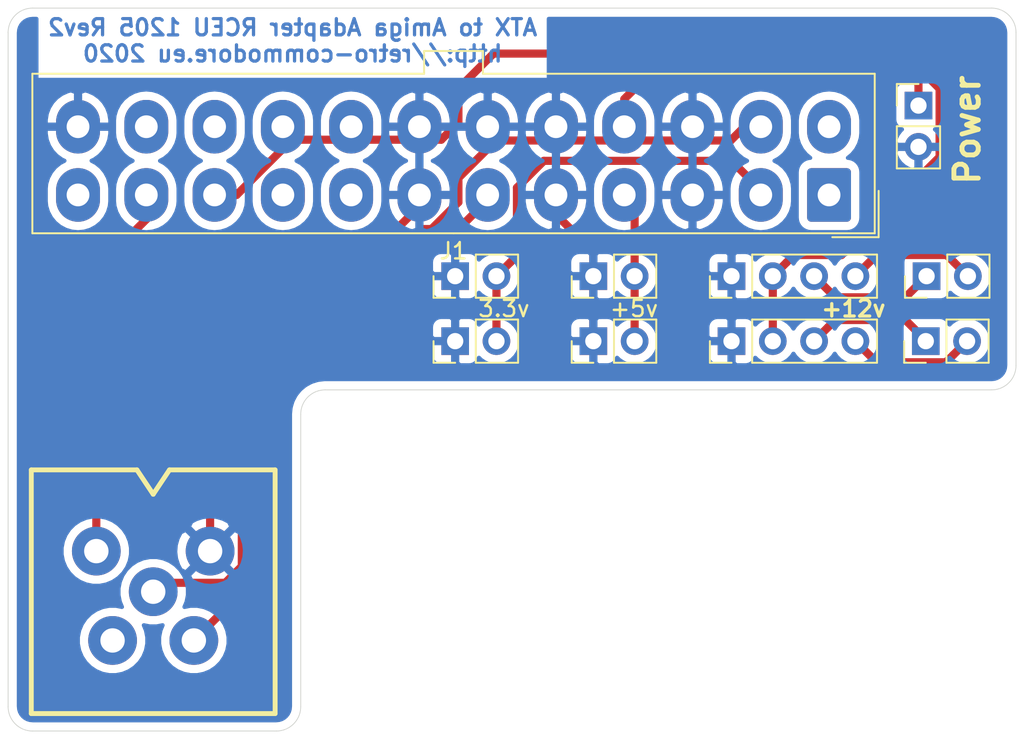
<source format=kicad_pcb>
(kicad_pcb (version 20171130) (host pcbnew "(5.1.5)-3")

  (general
    (thickness 1.6)
    (drawings 17)
    (tracks 74)
    (zones 0)
    (modules 11)
    (nets 15)
  )

  (page A4)
  (title_block
    (title "RCEU 1205 - ATX to Amiga power adapter")
    (date 2020-04-06)
    (rev 1)
    (comment 3 "by Tomse in 2020")
    (comment 4 "http://retro-commodore.eu 2020")
  )

  (layers
    (0 F.Cu signal)
    (31 B.Cu signal)
    (32 B.Adhes user)
    (33 F.Adhes user)
    (34 B.Paste user)
    (35 F.Paste user)
    (36 B.SilkS user)
    (37 F.SilkS user)
    (38 B.Mask user)
    (39 F.Mask user)
    (40 Dwgs.User user)
    (41 Cmts.User user)
    (42 Eco1.User user)
    (43 Eco2.User user)
    (44 Edge.Cuts user)
    (45 Margin user)
    (46 B.CrtYd user)
    (47 F.CrtYd user)
    (48 B.Fab user)
    (49 F.Fab user)
  )

  (setup
    (last_trace_width 0.5)
    (trace_clearance 0.2)
    (zone_clearance 0.508)
    (zone_45_only no)
    (trace_min 0.2)
    (via_size 0.8)
    (via_drill 0.4)
    (via_min_size 0.4)
    (via_min_drill 0.3)
    (uvia_size 0.3)
    (uvia_drill 0.1)
    (uvias_allowed no)
    (uvia_min_size 0.2)
    (uvia_min_drill 0.1)
    (edge_width 0.05)
    (segment_width 0.2)
    (pcb_text_width 0.3)
    (pcb_text_size 1.5 1.5)
    (mod_edge_width 0.12)
    (mod_text_size 1 1)
    (mod_text_width 0.15)
    (pad_size 1.524 1.524)
    (pad_drill 0.762)
    (pad_to_mask_clearance 0.051)
    (solder_mask_min_width 0.25)
    (aux_axis_origin 0 0)
    (visible_elements 7FFFFFFF)
    (pcbplotparams
      (layerselection 0x010fc_ffffffff)
      (usegerberextensions false)
      (usegerberattributes false)
      (usegerberadvancedattributes false)
      (creategerberjobfile false)
      (excludeedgelayer true)
      (linewidth 0.100000)
      (plotframeref false)
      (viasonmask false)
      (mode 1)
      (useauxorigin false)
      (hpglpennumber 1)
      (hpglpenspeed 20)
      (hpglpendiameter 15.000000)
      (psnegative false)
      (psa4output false)
      (plotreference true)
      (plotvalue true)
      (plotinvisibletext false)
      (padsonsilk false)
      (subtractmaskfromsilk false)
      (outputformat 1)
      (mirror false)
      (drillshape 0)
      (scaleselection 1)
      (outputdirectory "RCEU1205-ATX-to-Amiga-Power/"))
  )

  (net 0 "")
  (net 1 "Net-(J1-Pad20)")
  (net 2 "Net-(J1-Pad9)")
  (net 3 "Net-(J1-Pad8)")
  (net 4 "Net-(J3-Pad3)")
  (net 5 GNDREF)
  (net 6 /+5v)
  (net 7 /PWRON)
  (net 8 /-12v)
  (net 9 /+12v)
  (net 10 /+3.3v)
  (net 11 "Net-(J4-Pad4)")
  (net 12 "Net-(J4-Pad3)")
  (net 13 "Net-(J5-Pad4)")
  (net 14 "Net-(J5-Pad3)")

  (net_class Default "This is the default net class."
    (clearance 0.2)
    (trace_width 0.5)
    (via_dia 0.8)
    (via_drill 0.4)
    (uvia_dia 0.3)
    (uvia_drill 0.1)
    (add_net /+12v)
    (add_net /+3.3v)
    (add_net /+5v)
    (add_net /-12v)
    (add_net /PWRON)
    (add_net GNDREF)
    (add_net "Net-(J1-Pad20)")
    (add_net "Net-(J1-Pad8)")
    (add_net "Net-(J1-Pad9)")
    (add_net "Net-(J3-Pad3)")
    (add_net "Net-(J4-Pad3)")
    (add_net "Net-(J4-Pad4)")
    (add_net "Net-(J5-Pad3)")
    (add_net "Net-(J5-Pad4)")
  )

  (net_class Signal ""
    (clearance 0.2)
    (trace_width 0.5)
    (via_dia 0.8)
    (via_drill 0.4)
    (uvia_dia 0.3)
    (uvia_drill 0.1)
  )

  (module amiga-conn:Molex_Mini-Fit_Jr_5566-24A_2x12_P4.20mm_Vertical (layer F.Cu) (tedit 5F4280CF) (tstamp 5E8B95E8)
    (at 154.5 78.5 180)
    (descr "Molex Mini-Fit Jr. Power Connectors, old mpn/engineering number: 5566-24A, example for new mpn: 39-28-x24x, 12 Pins per row, Mounting:  (http://www.molex.com/pdm_docs/sd/039281043_sd.pdf), generated with kicad-footprint-generator")
    (tags "connector Molex Mini-Fit_Jr side entry")
    (path /5E8B3602)
    (fp_text reference J1 (at 23.1 -3.45) (layer F.SilkS)
      (effects (font (size 1 1) (thickness 0.15)))
    )
    (fp_text value ATX-24 (at 23.1 9.95) (layer F.Fab)
      (effects (font (size 1 1) (thickness 0.15)))
    )
    (fp_line (start -2.7 -2.25) (end -2.7 7.35) (layer F.Fab) (width 0.1))
    (fp_line (start -2.7 7.35) (end 48.9 7.35) (layer F.Fab) (width 0.1))
    (fp_line (start 48.9 7.35) (end 48.9 -2.25) (layer F.Fab) (width 0.1))
    (fp_line (start 48.9 -2.25) (end -2.7 -2.25) (layer F.Fab) (width 0.1))
    (fp_line (start 21.4 7.35) (end 21.4 8.75) (layer F.Fab) (width 0.1))
    (fp_line (start 21.4 8.75) (end 24.8 8.75) (layer F.Fab) (width 0.1))
    (fp_line (start 24.8 8.75) (end 24.8 7.35) (layer F.Fab) (width 0.1))
    (fp_line (start -1.65 -1) (end -1.65 2.3) (layer F.Fab) (width 0.1))
    (fp_line (start -1.65 2.3) (end 1.65 2.3) (layer F.Fab) (width 0.1))
    (fp_line (start 1.65 2.3) (end 1.65 -1) (layer F.Fab) (width 0.1))
    (fp_line (start 1.65 -1) (end -1.65 -1) (layer F.Fab) (width 0.1))
    (fp_line (start -1.65 5.9) (end -1.65 3.425) (layer F.Fab) (width 0.1))
    (fp_line (start -1.65 3.425) (end -0.825 2.6) (layer F.Fab) (width 0.1))
    (fp_line (start -0.825 2.6) (end 0.825 2.6) (layer F.Fab) (width 0.1))
    (fp_line (start 0.825 2.6) (end 1.65 3.425) (layer F.Fab) (width 0.1))
    (fp_line (start 1.65 3.425) (end 1.65 5.9) (layer F.Fab) (width 0.1))
    (fp_line (start 1.65 5.9) (end -1.65 5.9) (layer F.Fab) (width 0.1))
    (fp_line (start 2.55 2.6) (end 2.55 5.9) (layer F.Fab) (width 0.1))
    (fp_line (start 2.55 5.9) (end 5.85 5.9) (layer F.Fab) (width 0.1))
    (fp_line (start 5.85 5.9) (end 5.85 2.6) (layer F.Fab) (width 0.1))
    (fp_line (start 5.85 2.6) (end 2.55 2.6) (layer F.Fab) (width 0.1))
    (fp_line (start 2.55 2.3) (end 2.55 -0.175) (layer F.Fab) (width 0.1))
    (fp_line (start 2.55 -0.175) (end 3.375 -1) (layer F.Fab) (width 0.1))
    (fp_line (start 3.375 -1) (end 5.025 -1) (layer F.Fab) (width 0.1))
    (fp_line (start 5.025 -1) (end 5.85 -0.175) (layer F.Fab) (width 0.1))
    (fp_line (start 5.85 -0.175) (end 5.85 2.3) (layer F.Fab) (width 0.1))
    (fp_line (start 5.85 2.3) (end 2.55 2.3) (layer F.Fab) (width 0.1))
    (fp_line (start 6.75 2.6) (end 6.75 5.9) (layer F.Fab) (width 0.1))
    (fp_line (start 6.75 5.9) (end 10.05 5.9) (layer F.Fab) (width 0.1))
    (fp_line (start 10.05 5.9) (end 10.05 2.6) (layer F.Fab) (width 0.1))
    (fp_line (start 10.05 2.6) (end 6.75 2.6) (layer F.Fab) (width 0.1))
    (fp_line (start 6.75 2.3) (end 6.75 -0.175) (layer F.Fab) (width 0.1))
    (fp_line (start 6.75 -0.175) (end 7.575 -1) (layer F.Fab) (width 0.1))
    (fp_line (start 7.575 -1) (end 9.225 -1) (layer F.Fab) (width 0.1))
    (fp_line (start 9.225 -1) (end 10.05 -0.175) (layer F.Fab) (width 0.1))
    (fp_line (start 10.05 -0.175) (end 10.05 2.3) (layer F.Fab) (width 0.1))
    (fp_line (start 10.05 2.3) (end 6.75 2.3) (layer F.Fab) (width 0.1))
    (fp_line (start 10.95 -1) (end 10.95 2.3) (layer F.Fab) (width 0.1))
    (fp_line (start 10.95 2.3) (end 14.25 2.3) (layer F.Fab) (width 0.1))
    (fp_line (start 14.25 2.3) (end 14.25 -1) (layer F.Fab) (width 0.1))
    (fp_line (start 14.25 -1) (end 10.95 -1) (layer F.Fab) (width 0.1))
    (fp_line (start 10.95 5.9) (end 10.95 3.425) (layer F.Fab) (width 0.1))
    (fp_line (start 10.95 3.425) (end 11.775 2.6) (layer F.Fab) (width 0.1))
    (fp_line (start 11.775 2.6) (end 13.425 2.6) (layer F.Fab) (width 0.1))
    (fp_line (start 13.425 2.6) (end 14.25 3.425) (layer F.Fab) (width 0.1))
    (fp_line (start 14.25 3.425) (end 14.25 5.9) (layer F.Fab) (width 0.1))
    (fp_line (start 14.25 5.9) (end 10.95 5.9) (layer F.Fab) (width 0.1))
    (fp_line (start 15.15 -1) (end 15.15 2.3) (layer F.Fab) (width 0.1))
    (fp_line (start 15.15 2.3) (end 18.45 2.3) (layer F.Fab) (width 0.1))
    (fp_line (start 18.45 2.3) (end 18.45 -1) (layer F.Fab) (width 0.1))
    (fp_line (start 18.45 -1) (end 15.15 -1) (layer F.Fab) (width 0.1))
    (fp_line (start 15.15 5.9) (end 15.15 3.425) (layer F.Fab) (width 0.1))
    (fp_line (start 15.15 3.425) (end 15.975 2.6) (layer F.Fab) (width 0.1))
    (fp_line (start 15.975 2.6) (end 17.625 2.6) (layer F.Fab) (width 0.1))
    (fp_line (start 17.625 2.6) (end 18.45 3.425) (layer F.Fab) (width 0.1))
    (fp_line (start 18.45 3.425) (end 18.45 5.9) (layer F.Fab) (width 0.1))
    (fp_line (start 18.45 5.9) (end 15.15 5.9) (layer F.Fab) (width 0.1))
    (fp_line (start 19.35 2.6) (end 19.35 5.9) (layer F.Fab) (width 0.1))
    (fp_line (start 19.35 5.9) (end 22.65 5.9) (layer F.Fab) (width 0.1))
    (fp_line (start 22.65 5.9) (end 22.65 2.6) (layer F.Fab) (width 0.1))
    (fp_line (start 22.65 2.6) (end 19.35 2.6) (layer F.Fab) (width 0.1))
    (fp_line (start 19.35 2.3) (end 19.35 -0.175) (layer F.Fab) (width 0.1))
    (fp_line (start 19.35 -0.175) (end 20.175 -1) (layer F.Fab) (width 0.1))
    (fp_line (start 20.175 -1) (end 21.825 -1) (layer F.Fab) (width 0.1))
    (fp_line (start 21.825 -1) (end 22.65 -0.175) (layer F.Fab) (width 0.1))
    (fp_line (start 22.65 -0.175) (end 22.65 2.3) (layer F.Fab) (width 0.1))
    (fp_line (start 22.65 2.3) (end 19.35 2.3) (layer F.Fab) (width 0.1))
    (fp_line (start 23.55 2.6) (end 23.55 5.9) (layer F.Fab) (width 0.1))
    (fp_line (start 23.55 5.9) (end 26.85 5.9) (layer F.Fab) (width 0.1))
    (fp_line (start 26.85 5.9) (end 26.85 2.6) (layer F.Fab) (width 0.1))
    (fp_line (start 26.85 2.6) (end 23.55 2.6) (layer F.Fab) (width 0.1))
    (fp_line (start 23.55 2.3) (end 23.55 -0.175) (layer F.Fab) (width 0.1))
    (fp_line (start 23.55 -0.175) (end 24.375 -1) (layer F.Fab) (width 0.1))
    (fp_line (start 24.375 -1) (end 26.025 -1) (layer F.Fab) (width 0.1))
    (fp_line (start 26.025 -1) (end 26.85 -0.175) (layer F.Fab) (width 0.1))
    (fp_line (start 26.85 -0.175) (end 26.85 2.3) (layer F.Fab) (width 0.1))
    (fp_line (start 26.85 2.3) (end 23.55 2.3) (layer F.Fab) (width 0.1))
    (fp_line (start 27.75 -1) (end 27.75 2.3) (layer F.Fab) (width 0.1))
    (fp_line (start 27.75 2.3) (end 31.05 2.3) (layer F.Fab) (width 0.1))
    (fp_line (start 31.05 2.3) (end 31.05 -1) (layer F.Fab) (width 0.1))
    (fp_line (start 31.05 -1) (end 27.75 -1) (layer F.Fab) (width 0.1))
    (fp_line (start 27.75 5.9) (end 27.75 3.425) (layer F.Fab) (width 0.1))
    (fp_line (start 27.75 3.425) (end 28.575 2.6) (layer F.Fab) (width 0.1))
    (fp_line (start 28.575 2.6) (end 30.225 2.6) (layer F.Fab) (width 0.1))
    (fp_line (start 30.225 2.6) (end 31.05 3.425) (layer F.Fab) (width 0.1))
    (fp_line (start 31.05 3.425) (end 31.05 5.9) (layer F.Fab) (width 0.1))
    (fp_line (start 31.05 5.9) (end 27.75 5.9) (layer F.Fab) (width 0.1))
    (fp_line (start 31.95 -1) (end 31.95 2.3) (layer F.Fab) (width 0.1))
    (fp_line (start 31.95 2.3) (end 35.25 2.3) (layer F.Fab) (width 0.1))
    (fp_line (start 35.25 2.3) (end 35.25 -1) (layer F.Fab) (width 0.1))
    (fp_line (start 35.25 -1) (end 31.95 -1) (layer F.Fab) (width 0.1))
    (fp_line (start 31.95 5.9) (end 31.95 3.425) (layer F.Fab) (width 0.1))
    (fp_line (start 31.95 3.425) (end 32.775 2.6) (layer F.Fab) (width 0.1))
    (fp_line (start 32.775 2.6) (end 34.425 2.6) (layer F.Fab) (width 0.1))
    (fp_line (start 34.425 2.6) (end 35.25 3.425) (layer F.Fab) (width 0.1))
    (fp_line (start 35.25 3.425) (end 35.25 5.9) (layer F.Fab) (width 0.1))
    (fp_line (start 35.25 5.9) (end 31.95 5.9) (layer F.Fab) (width 0.1))
    (fp_line (start 36.15 2.6) (end 36.15 5.9) (layer F.Fab) (width 0.1))
    (fp_line (start 36.15 5.9) (end 39.45 5.9) (layer F.Fab) (width 0.1))
    (fp_line (start 39.45 5.9) (end 39.45 2.6) (layer F.Fab) (width 0.1))
    (fp_line (start 39.45 2.6) (end 36.15 2.6) (layer F.Fab) (width 0.1))
    (fp_line (start 36.15 2.3) (end 36.15 -0.175) (layer F.Fab) (width 0.1))
    (fp_line (start 36.15 -0.175) (end 36.975 -1) (layer F.Fab) (width 0.1))
    (fp_line (start 36.975 -1) (end 38.625 -1) (layer F.Fab) (width 0.1))
    (fp_line (start 38.625 -1) (end 39.45 -0.175) (layer F.Fab) (width 0.1))
    (fp_line (start 39.45 -0.175) (end 39.45 2.3) (layer F.Fab) (width 0.1))
    (fp_line (start 39.45 2.3) (end 36.15 2.3) (layer F.Fab) (width 0.1))
    (fp_line (start 40.35 2.6) (end 40.35 5.9) (layer F.Fab) (width 0.1))
    (fp_line (start 40.35 5.9) (end 43.65 5.9) (layer F.Fab) (width 0.1))
    (fp_line (start 43.65 5.9) (end 43.65 2.6) (layer F.Fab) (width 0.1))
    (fp_line (start 43.65 2.6) (end 40.35 2.6) (layer F.Fab) (width 0.1))
    (fp_line (start 40.35 2.3) (end 40.35 -0.175) (layer F.Fab) (width 0.1))
    (fp_line (start 40.35 -0.175) (end 41.175 -1) (layer F.Fab) (width 0.1))
    (fp_line (start 41.175 -1) (end 42.825 -1) (layer F.Fab) (width 0.1))
    (fp_line (start 42.825 -1) (end 43.65 -0.175) (layer F.Fab) (width 0.1))
    (fp_line (start 43.65 -0.175) (end 43.65 2.3) (layer F.Fab) (width 0.1))
    (fp_line (start 43.65 2.3) (end 40.35 2.3) (layer F.Fab) (width 0.1))
    (fp_line (start 44.55 -1) (end 44.55 2.3) (layer F.Fab) (width 0.1))
    (fp_line (start 44.55 2.3) (end 47.85 2.3) (layer F.Fab) (width 0.1))
    (fp_line (start 47.85 2.3) (end 47.85 -1) (layer F.Fab) (width 0.1))
    (fp_line (start 47.85 -1) (end 44.55 -1) (layer F.Fab) (width 0.1))
    (fp_line (start 44.55 5.9) (end 44.55 3.425) (layer F.Fab) (width 0.1))
    (fp_line (start 44.55 3.425) (end 45.375 2.6) (layer F.Fab) (width 0.1))
    (fp_line (start 45.375 2.6) (end 47.025 2.6) (layer F.Fab) (width 0.1))
    (fp_line (start 47.025 2.6) (end 47.85 3.425) (layer F.Fab) (width 0.1))
    (fp_line (start 47.85 3.425) (end 47.85 5.9) (layer F.Fab) (width 0.1))
    (fp_line (start 47.85 5.9) (end 44.55 5.9) (layer F.Fab) (width 0.1))
    (fp_line (start 23.1 -2.36) (end -2.81 -2.36) (layer F.SilkS) (width 0.12))
    (fp_line (start -2.81 -2.36) (end -2.81 7.46) (layer F.SilkS) (width 0.12))
    (fp_line (start -2.81 7.46) (end 21.29 7.46) (layer F.SilkS) (width 0.12))
    (fp_line (start 21.29 7.46) (end 21.29 8.86) (layer F.SilkS) (width 0.12))
    (fp_line (start 21.29 8.86) (end 23.1 8.86) (layer F.SilkS) (width 0.12))
    (fp_line (start 23.1 -2.36) (end 49.01 -2.36) (layer F.SilkS) (width 0.12))
    (fp_line (start 49.01 -2.36) (end 49.01 7.46) (layer F.SilkS) (width 0.12))
    (fp_line (start 49.01 7.46) (end 24.91 7.46) (layer F.SilkS) (width 0.12))
    (fp_line (start 24.91 7.46) (end 24.91 8.86) (layer F.SilkS) (width 0.12))
    (fp_line (start 24.91 8.86) (end 23.1 8.86) (layer F.SilkS) (width 0.12))
    (fp_line (start -0.2 -2.6) (end -3.05 -2.6) (layer F.SilkS) (width 0.12))
    (fp_line (start -3.05 -2.6) (end -3.05 0.25) (layer F.SilkS) (width 0.12))
    (fp_line (start -0.2 -2.6) (end -3.05 -2.6) (layer F.Fab) (width 0.1))
    (fp_line (start -3.05 -2.6) (end -3.05 0.25) (layer F.Fab) (width 0.1))
    (fp_line (start -3.2 -2.75) (end -3.2 9.25) (layer F.CrtYd) (width 0.05))
    (fp_line (start -3.2 9.25) (end 49.4 9.25) (layer F.CrtYd) (width 0.05))
    (fp_line (start 49.4 9.25) (end 49.4 -2.75) (layer F.CrtYd) (width 0.05))
    (fp_line (start 49.4 -2.75) (end -3.2 -2.75) (layer F.CrtYd) (width 0.05))
    (fp_text user %R (at 23.1 -1.55) (layer F.Fab)
      (effects (font (size 1 1) (thickness 0.15)))
    )
    (pad 1 thru_hole roundrect (at 0 0 180) (size 2.7 3.3) (drill 1.4) (layers *.Cu *.Mask) (roundrect_rratio 0.09259299999999999)
      (net 10 /+3.3v))
    (pad 2 thru_hole oval (at 4.2 0 180) (size 2.7 3.3) (drill 1.4) (layers *.Cu *.Mask)
      (net 10 /+3.3v))
    (pad 3 thru_hole oval (at 8.4 0 180) (size 2.7 3.3) (drill 1.4) (layers *.Cu *.Mask)
      (net 5 GNDREF))
    (pad 4 thru_hole oval (at 12.6 0 180) (size 2.7 3.3) (drill 1.4) (layers *.Cu *.Mask)
      (net 6 /+5v))
    (pad 5 thru_hole oval (at 16.8 0 180) (size 2.7 3.3) (drill 1.4) (layers *.Cu *.Mask)
      (net 5 GNDREF))
    (pad 6 thru_hole oval (at 21 0 180) (size 2.7 3.3) (drill 1.4) (layers *.Cu *.Mask)
      (net 6 /+5v))
    (pad 7 thru_hole oval (at 25.2 0 180) (size 2.7 3.3) (drill 1.4) (layers *.Cu *.Mask)
      (net 5 GNDREF))
    (pad 8 thru_hole oval (at 29.4 0 180) (size 2.7 3.3) (drill 1.4) (layers *.Cu *.Mask)
      (net 3 "Net-(J1-Pad8)"))
    (pad 9 thru_hole oval (at 33.6 0 180) (size 2.7 3.3) (drill 1.4) (layers *.Cu *.Mask)
      (net 2 "Net-(J1-Pad9)"))
    (pad 10 thru_hole oval (at 37.8 0 180) (size 2.7 3.3) (drill 1.4) (layers *.Cu *.Mask)
      (net 9 /+12v))
    (pad 11 thru_hole oval (at 42 0 180) (size 2.7 3.3) (drill 1.4) (layers *.Cu *.Mask)
      (net 9 /+12v))
    (pad 12 thru_hole oval (at 46.2 0 180) (size 2.7 3.3) (drill 1.4) (layers *.Cu *.Mask)
      (net 10 /+3.3v))
    (pad 13 thru_hole oval (at 0 4.2 180) (size 2.7 3.3) (drill 1.4) (layers *.Cu *.Mask)
      (net 10 /+3.3v))
    (pad 14 thru_hole oval (at 4.2 4.2 180) (size 2.7 3.3) (drill 1.4) (layers *.Cu *.Mask)
      (net 8 /-12v))
    (pad 15 thru_hole oval (at 8.4 4.2 180) (size 2.7 3.3) (drill 1.4) (layers *.Cu *.Mask)
      (net 5 GNDREF))
    (pad 16 thru_hole oval (at 12.6 4.2 180) (size 2.7 3.3) (drill 1.4) (layers *.Cu *.Mask)
      (net 7 /PWRON))
    (pad 17 thru_hole oval (at 16.8 4.2 180) (size 2.7 3.3) (drill 1.4) (layers *.Cu *.Mask)
      (net 5 GNDREF))
    (pad 18 thru_hole oval (at 21 4.2 180) (size 2.7 3.3) (drill 1.4) (layers *.Cu *.Mask)
      (net 5 GNDREF))
    (pad 19 thru_hole oval (at 25.2 4.2 180) (size 2.7 3.3) (drill 1.4) (layers *.Cu *.Mask)
      (net 5 GNDREF))
    (pad 20 thru_hole oval (at 29.4 4.2 180) (size 2.7 3.3) (drill 1.4) (layers *.Cu *.Mask)
      (net 1 "Net-(J1-Pad20)"))
    (pad 21 thru_hole oval (at 33.6 4.2 180) (size 2.7 3.3) (drill 1.4) (layers *.Cu *.Mask)
      (net 6 /+5v))
    (pad 22 thru_hole oval (at 37.8 4.2 180) (size 2.7 3.3) (drill 1.4) (layers *.Cu *.Mask)
      (net 6 /+5v))
    (pad 23 thru_hole oval (at 42 4.2 180) (size 2.7 3.3) (drill 1.4) (layers *.Cu *.Mask)
      (net 6 /+5v))
    (pad 24 thru_hole oval (at 46.2 4.2 180) (size 2.7 3.3) (drill 1.4) (layers *.Cu *.Mask)
      (net 5 GNDREF))
    (model ${KISYS3DMOD}/Connector_Molex.3dshapes/Molex_Mini-Fit_Jr_5566-24A_2x12_P4.20mm_Vertical.wrl
      (at (xyz 0 0 0))
      (scale (xyz 1 1 1))
      (rotate (xyz 0 0 0))
    )
  )

  (module Connector_PinHeader_2.54mm:PinHeader_1x02_P2.54mm_Vertical (layer F.Cu) (tedit 59FED5CC) (tstamp 5E8B9B32)
    (at 160 73)
    (descr "Through hole straight pin header, 1x02, 2.54mm pitch, single row")
    (tags "Through hole pin header THT 1x02 2.54mm single row")
    (path /5E8B8529)
    (fp_text reference J2 (at 0 -2.33) (layer F.SilkS) hide
      (effects (font (size 1 1) (thickness 0.15)))
    )
    (fp_text value Conn_01x02 (at 0 4.87) (layer F.Fab)
      (effects (font (size 1 1) (thickness 0.15)))
    )
    (fp_text user %R (at 0 1.27 90) (layer F.Fab)
      (effects (font (size 1 1) (thickness 0.15)))
    )
    (fp_line (start 1.8 -1.8) (end -1.8 -1.8) (layer F.CrtYd) (width 0.05))
    (fp_line (start 1.8 4.35) (end 1.8 -1.8) (layer F.CrtYd) (width 0.05))
    (fp_line (start -1.8 4.35) (end 1.8 4.35) (layer F.CrtYd) (width 0.05))
    (fp_line (start -1.8 -1.8) (end -1.8 4.35) (layer F.CrtYd) (width 0.05))
    (fp_line (start -1.33 -1.33) (end 0 -1.33) (layer F.SilkS) (width 0.12))
    (fp_line (start -1.33 0) (end -1.33 -1.33) (layer F.SilkS) (width 0.12))
    (fp_line (start -1.33 1.27) (end 1.33 1.27) (layer F.SilkS) (width 0.12))
    (fp_line (start 1.33 1.27) (end 1.33 3.87) (layer F.SilkS) (width 0.12))
    (fp_line (start -1.33 1.27) (end -1.33 3.87) (layer F.SilkS) (width 0.12))
    (fp_line (start -1.33 3.87) (end 1.33 3.87) (layer F.SilkS) (width 0.12))
    (fp_line (start -1.27 -0.635) (end -0.635 -1.27) (layer F.Fab) (width 0.1))
    (fp_line (start -1.27 3.81) (end -1.27 -0.635) (layer F.Fab) (width 0.1))
    (fp_line (start 1.27 3.81) (end -1.27 3.81) (layer F.Fab) (width 0.1))
    (fp_line (start 1.27 -1.27) (end 1.27 3.81) (layer F.Fab) (width 0.1))
    (fp_line (start -0.635 -1.27) (end 1.27 -1.27) (layer F.Fab) (width 0.1))
    (pad 2 thru_hole oval (at 0 2.54) (size 1.7 1.7) (drill 1) (layers *.Cu *.Mask)
      (net 5 GNDREF))
    (pad 1 thru_hole rect (at 0 0) (size 1.7 1.7) (drill 1) (layers *.Cu *.Mask)
      (net 7 /PWRON))
    (model ${KISYS3DMOD}/Connector_PinHeader_2.54mm.3dshapes/PinHeader_1x02_P2.54mm_Vertical.wrl
      (at (xyz 0 0 0))
      (scale (xyz 1 1 1))
      (rotate (xyz 0 0 0))
    )
  )

  (module Connector_PinHeader_2.54mm:PinHeader_1x02_P2.54mm_Vertical (layer F.Cu) (tedit 59FED5CC) (tstamp 5E8BAC66)
    (at 131.5 83.5 90)
    (descr "Through hole straight pin header, 1x02, 2.54mm pitch, single row")
    (tags "Through hole pin header THT 1x02 2.54mm single row")
    (path /5E8C433A)
    (fp_text reference J11 (at 0 -2.33 90) (layer F.SilkS) hide
      (effects (font (size 1 1) (thickness 0.15)))
    )
    (fp_text value Conn_01x02 (at 0 4.87 90) (layer F.Fab)
      (effects (font (size 1 1) (thickness 0.15)))
    )
    (fp_text user %R (at 0 1.27) (layer F.Fab)
      (effects (font (size 1 1) (thickness 0.15)))
    )
    (fp_line (start 1.8 -1.8) (end -1.8 -1.8) (layer F.CrtYd) (width 0.05))
    (fp_line (start 1.8 4.35) (end 1.8 -1.8) (layer F.CrtYd) (width 0.05))
    (fp_line (start -1.8 4.35) (end 1.8 4.35) (layer F.CrtYd) (width 0.05))
    (fp_line (start -1.8 -1.8) (end -1.8 4.35) (layer F.CrtYd) (width 0.05))
    (fp_line (start -1.33 -1.33) (end 0 -1.33) (layer F.SilkS) (width 0.12))
    (fp_line (start -1.33 0) (end -1.33 -1.33) (layer F.SilkS) (width 0.12))
    (fp_line (start -1.33 1.27) (end 1.33 1.27) (layer F.SilkS) (width 0.12))
    (fp_line (start 1.33 1.27) (end 1.33 3.87) (layer F.SilkS) (width 0.12))
    (fp_line (start -1.33 1.27) (end -1.33 3.87) (layer F.SilkS) (width 0.12))
    (fp_line (start -1.33 3.87) (end 1.33 3.87) (layer F.SilkS) (width 0.12))
    (fp_line (start -1.27 -0.635) (end -0.635 -1.27) (layer F.Fab) (width 0.1))
    (fp_line (start -1.27 3.81) (end -1.27 -0.635) (layer F.Fab) (width 0.1))
    (fp_line (start 1.27 3.81) (end -1.27 3.81) (layer F.Fab) (width 0.1))
    (fp_line (start 1.27 -1.27) (end 1.27 3.81) (layer F.Fab) (width 0.1))
    (fp_line (start -0.635 -1.27) (end 1.27 -1.27) (layer F.Fab) (width 0.1))
    (pad 2 thru_hole oval (at 0 2.54 90) (size 1.7 1.7) (drill 1) (layers *.Cu *.Mask)
      (net 10 /+3.3v))
    (pad 1 thru_hole rect (at 0 0 90) (size 1.7 1.7) (drill 1) (layers *.Cu *.Mask)
      (net 5 GNDREF))
    (model ${KISYS3DMOD}/Connector_PinHeader_2.54mm.3dshapes/PinHeader_1x02_P2.54mm_Vertical.wrl
      (at (xyz 0 0 0))
      (scale (xyz 1 1 1))
      (rotate (xyz 0 0 0))
    )
  )

  (module Connector_PinHeader_2.54mm:PinHeader_1x02_P2.54mm_Vertical (layer F.Cu) (tedit 59FED5CC) (tstamp 5E8BAC50)
    (at 131.5 87.5 90)
    (descr "Through hole straight pin header, 1x02, 2.54mm pitch, single row")
    (tags "Through hole pin header THT 1x02 2.54mm single row")
    (path /5E8C3E9D)
    (fp_text reference J10 (at 0 -2.33 90) (layer F.SilkS) hide
      (effects (font (size 1 1) (thickness 0.15)))
    )
    (fp_text value Conn_01x02 (at 0 4.87 90) (layer F.Fab)
      (effects (font (size 1 1) (thickness 0.15)))
    )
    (fp_text user %R (at 0 1.27) (layer F.Fab)
      (effects (font (size 1 1) (thickness 0.15)))
    )
    (fp_line (start 1.8 -1.8) (end -1.8 -1.8) (layer F.CrtYd) (width 0.05))
    (fp_line (start 1.8 4.35) (end 1.8 -1.8) (layer F.CrtYd) (width 0.05))
    (fp_line (start -1.8 4.35) (end 1.8 4.35) (layer F.CrtYd) (width 0.05))
    (fp_line (start -1.8 -1.8) (end -1.8 4.35) (layer F.CrtYd) (width 0.05))
    (fp_line (start -1.33 -1.33) (end 0 -1.33) (layer F.SilkS) (width 0.12))
    (fp_line (start -1.33 0) (end -1.33 -1.33) (layer F.SilkS) (width 0.12))
    (fp_line (start -1.33 1.27) (end 1.33 1.27) (layer F.SilkS) (width 0.12))
    (fp_line (start 1.33 1.27) (end 1.33 3.87) (layer F.SilkS) (width 0.12))
    (fp_line (start -1.33 1.27) (end -1.33 3.87) (layer F.SilkS) (width 0.12))
    (fp_line (start -1.33 3.87) (end 1.33 3.87) (layer F.SilkS) (width 0.12))
    (fp_line (start -1.27 -0.635) (end -0.635 -1.27) (layer F.Fab) (width 0.1))
    (fp_line (start -1.27 3.81) (end -1.27 -0.635) (layer F.Fab) (width 0.1))
    (fp_line (start 1.27 3.81) (end -1.27 3.81) (layer F.Fab) (width 0.1))
    (fp_line (start 1.27 -1.27) (end 1.27 3.81) (layer F.Fab) (width 0.1))
    (fp_line (start -0.635 -1.27) (end 1.27 -1.27) (layer F.Fab) (width 0.1))
    (pad 2 thru_hole oval (at 0 2.54 90) (size 1.7 1.7) (drill 1) (layers *.Cu *.Mask)
      (net 10 /+3.3v))
    (pad 1 thru_hole rect (at 0 0 90) (size 1.7 1.7) (drill 1) (layers *.Cu *.Mask)
      (net 5 GNDREF))
    (model ${KISYS3DMOD}/Connector_PinHeader_2.54mm.3dshapes/PinHeader_1x02_P2.54mm_Vertical.wrl
      (at (xyz 0 0 0))
      (scale (xyz 1 1 1))
      (rotate (xyz 0 0 0))
    )
  )

  (module Connector_PinHeader_2.54mm:PinHeader_1x02_P2.54mm_Vertical (layer F.Cu) (tedit 59FED5CC) (tstamp 5E8BAC3A)
    (at 140 87.5 90)
    (descr "Through hole straight pin header, 1x02, 2.54mm pitch, single row")
    (tags "Through hole pin header THT 1x02 2.54mm single row")
    (path /5E8C3893)
    (fp_text reference J9 (at 0 -2.33 90) (layer F.SilkS) hide
      (effects (font (size 1 1) (thickness 0.15)))
    )
    (fp_text value Conn_01x02 (at 0 4.87 90) (layer F.Fab)
      (effects (font (size 1 1) (thickness 0.15)))
    )
    (fp_text user %R (at 0 1.27) (layer F.Fab)
      (effects (font (size 1 1) (thickness 0.15)))
    )
    (fp_line (start 1.8 -1.8) (end -1.8 -1.8) (layer F.CrtYd) (width 0.05))
    (fp_line (start 1.8 4.35) (end 1.8 -1.8) (layer F.CrtYd) (width 0.05))
    (fp_line (start -1.8 4.35) (end 1.8 4.35) (layer F.CrtYd) (width 0.05))
    (fp_line (start -1.8 -1.8) (end -1.8 4.35) (layer F.CrtYd) (width 0.05))
    (fp_line (start -1.33 -1.33) (end 0 -1.33) (layer F.SilkS) (width 0.12))
    (fp_line (start -1.33 0) (end -1.33 -1.33) (layer F.SilkS) (width 0.12))
    (fp_line (start -1.33 1.27) (end 1.33 1.27) (layer F.SilkS) (width 0.12))
    (fp_line (start 1.33 1.27) (end 1.33 3.87) (layer F.SilkS) (width 0.12))
    (fp_line (start -1.33 1.27) (end -1.33 3.87) (layer F.SilkS) (width 0.12))
    (fp_line (start -1.33 3.87) (end 1.33 3.87) (layer F.SilkS) (width 0.12))
    (fp_line (start -1.27 -0.635) (end -0.635 -1.27) (layer F.Fab) (width 0.1))
    (fp_line (start -1.27 3.81) (end -1.27 -0.635) (layer F.Fab) (width 0.1))
    (fp_line (start 1.27 3.81) (end -1.27 3.81) (layer F.Fab) (width 0.1))
    (fp_line (start 1.27 -1.27) (end 1.27 3.81) (layer F.Fab) (width 0.1))
    (fp_line (start -0.635 -1.27) (end 1.27 -1.27) (layer F.Fab) (width 0.1))
    (pad 2 thru_hole oval (at 0 2.54 90) (size 1.7 1.7) (drill 1) (layers *.Cu *.Mask)
      (net 6 /+5v))
    (pad 1 thru_hole rect (at 0 0 90) (size 1.7 1.7) (drill 1) (layers *.Cu *.Mask)
      (net 5 GNDREF))
    (model ${KISYS3DMOD}/Connector_PinHeader_2.54mm.3dshapes/PinHeader_1x02_P2.54mm_Vertical.wrl
      (at (xyz 0 0 0))
      (scale (xyz 1 1 1))
      (rotate (xyz 0 0 0))
    )
  )

  (module Connector_PinHeader_2.54mm:PinHeader_1x02_P2.54mm_Vertical (layer F.Cu) (tedit 59FED5CC) (tstamp 5E8BAC24)
    (at 140 83.5 90)
    (descr "Through hole straight pin header, 1x02, 2.54mm pitch, single row")
    (tags "Through hole pin header THT 1x02 2.54mm single row")
    (path /5E8C2834)
    (fp_text reference J8 (at 0 -2.33 90) (layer F.SilkS) hide
      (effects (font (size 1 1) (thickness 0.15)))
    )
    (fp_text value Conn_01x02 (at 0 4.87 90) (layer F.Fab)
      (effects (font (size 1 1) (thickness 0.15)))
    )
    (fp_text user %R (at 0 1.27) (layer F.Fab)
      (effects (font (size 1 1) (thickness 0.15)))
    )
    (fp_line (start 1.8 -1.8) (end -1.8 -1.8) (layer F.CrtYd) (width 0.05))
    (fp_line (start 1.8 4.35) (end 1.8 -1.8) (layer F.CrtYd) (width 0.05))
    (fp_line (start -1.8 4.35) (end 1.8 4.35) (layer F.CrtYd) (width 0.05))
    (fp_line (start -1.8 -1.8) (end -1.8 4.35) (layer F.CrtYd) (width 0.05))
    (fp_line (start -1.33 -1.33) (end 0 -1.33) (layer F.SilkS) (width 0.12))
    (fp_line (start -1.33 0) (end -1.33 -1.33) (layer F.SilkS) (width 0.12))
    (fp_line (start -1.33 1.27) (end 1.33 1.27) (layer F.SilkS) (width 0.12))
    (fp_line (start 1.33 1.27) (end 1.33 3.87) (layer F.SilkS) (width 0.12))
    (fp_line (start -1.33 1.27) (end -1.33 3.87) (layer F.SilkS) (width 0.12))
    (fp_line (start -1.33 3.87) (end 1.33 3.87) (layer F.SilkS) (width 0.12))
    (fp_line (start -1.27 -0.635) (end -0.635 -1.27) (layer F.Fab) (width 0.1))
    (fp_line (start -1.27 3.81) (end -1.27 -0.635) (layer F.Fab) (width 0.1))
    (fp_line (start 1.27 3.81) (end -1.27 3.81) (layer F.Fab) (width 0.1))
    (fp_line (start 1.27 -1.27) (end 1.27 3.81) (layer F.Fab) (width 0.1))
    (fp_line (start -0.635 -1.27) (end 1.27 -1.27) (layer F.Fab) (width 0.1))
    (pad 2 thru_hole oval (at 0 2.54 90) (size 1.7 1.7) (drill 1) (layers *.Cu *.Mask)
      (net 6 /+5v))
    (pad 1 thru_hole rect (at 0 0 90) (size 1.7 1.7) (drill 1) (layers *.Cu *.Mask)
      (net 5 GNDREF))
    (model ${KISYS3DMOD}/Connector_PinHeader_2.54mm.3dshapes/PinHeader_1x02_P2.54mm_Vertical.wrl
      (at (xyz 0 0 0))
      (scale (xyz 1 1 1))
      (rotate (xyz 0 0 0))
    )
  )

  (module Connector_PinHeader_2.54mm:PinHeader_1x02_P2.54mm_Vertical (layer F.Cu) (tedit 59FED5CC) (tstamp 5E8BADE2)
    (at 160.45 87.5 90)
    (descr "Through hole straight pin header, 1x02, 2.54mm pitch, single row")
    (tags "Through hole pin header THT 1x02 2.54mm single row")
    (path /5E8DF026)
    (fp_text reference J7 (at 0 -2.33 90) (layer F.SilkS) hide
      (effects (font (size 1 1) (thickness 0.15)))
    )
    (fp_text value Conn_01x02 (at 0 4.87 90) (layer F.Fab)
      (effects (font (size 1 1) (thickness 0.15)))
    )
    (fp_text user %R (at 0 1.27) (layer F.Fab)
      (effects (font (size 1 1) (thickness 0.15)))
    )
    (fp_line (start 1.8 -1.8) (end -1.8 -1.8) (layer F.CrtYd) (width 0.05))
    (fp_line (start 1.8 4.35) (end 1.8 -1.8) (layer F.CrtYd) (width 0.05))
    (fp_line (start -1.8 4.35) (end 1.8 4.35) (layer F.CrtYd) (width 0.05))
    (fp_line (start -1.8 -1.8) (end -1.8 4.35) (layer F.CrtYd) (width 0.05))
    (fp_line (start -1.33 -1.33) (end 0 -1.33) (layer F.SilkS) (width 0.12))
    (fp_line (start -1.33 0) (end -1.33 -1.33) (layer F.SilkS) (width 0.12))
    (fp_line (start -1.33 1.27) (end 1.33 1.27) (layer F.SilkS) (width 0.12))
    (fp_line (start 1.33 1.27) (end 1.33 3.87) (layer F.SilkS) (width 0.12))
    (fp_line (start -1.33 1.27) (end -1.33 3.87) (layer F.SilkS) (width 0.12))
    (fp_line (start -1.33 3.87) (end 1.33 3.87) (layer F.SilkS) (width 0.12))
    (fp_line (start -1.27 -0.635) (end -0.635 -1.27) (layer F.Fab) (width 0.1))
    (fp_line (start -1.27 3.81) (end -1.27 -0.635) (layer F.Fab) (width 0.1))
    (fp_line (start 1.27 3.81) (end -1.27 3.81) (layer F.Fab) (width 0.1))
    (fp_line (start 1.27 -1.27) (end 1.27 3.81) (layer F.Fab) (width 0.1))
    (fp_line (start -0.635 -1.27) (end 1.27 -1.27) (layer F.Fab) (width 0.1))
    (pad 2 thru_hole oval (at 0 2.54 90) (size 1.7 1.7) (drill 1) (layers *.Cu *.Mask)
      (net 13 "Net-(J5-Pad4)"))
    (pad 1 thru_hole rect (at 0 0 90) (size 1.7 1.7) (drill 1) (layers *.Cu *.Mask)
      (net 14 "Net-(J5-Pad3)"))
    (model ${KISYS3DMOD}/Connector_PinHeader_2.54mm.3dshapes/PinHeader_1x02_P2.54mm_Vertical.wrl
      (at (xyz 0 0 0))
      (scale (xyz 1 1 1))
      (rotate (xyz 0 0 0))
    )
  )

  (module Connector_PinHeader_2.54mm:PinHeader_1x02_P2.54mm_Vertical (layer F.Cu) (tedit 59FED5CC) (tstamp 5E8BABF8)
    (at 160.5 83.5 90)
    (descr "Through hole straight pin header, 1x02, 2.54mm pitch, single row")
    (tags "Through hole pin header THT 1x02 2.54mm single row")
    (path /5E8DE1D6)
    (fp_text reference J6 (at 0 -2.33 90) (layer F.SilkS) hide
      (effects (font (size 1 1) (thickness 0.15)))
    )
    (fp_text value Conn_01x02 (at 0 4.87 90) (layer F.Fab)
      (effects (font (size 1 1) (thickness 0.15)))
    )
    (fp_text user %R (at 0 1.27) (layer F.Fab)
      (effects (font (size 1 1) (thickness 0.15)))
    )
    (fp_line (start 1.8 -1.8) (end -1.8 -1.8) (layer F.CrtYd) (width 0.05))
    (fp_line (start 1.8 4.35) (end 1.8 -1.8) (layer F.CrtYd) (width 0.05))
    (fp_line (start -1.8 4.35) (end 1.8 4.35) (layer F.CrtYd) (width 0.05))
    (fp_line (start -1.8 -1.8) (end -1.8 4.35) (layer F.CrtYd) (width 0.05))
    (fp_line (start -1.33 -1.33) (end 0 -1.33) (layer F.SilkS) (width 0.12))
    (fp_line (start -1.33 0) (end -1.33 -1.33) (layer F.SilkS) (width 0.12))
    (fp_line (start -1.33 1.27) (end 1.33 1.27) (layer F.SilkS) (width 0.12))
    (fp_line (start 1.33 1.27) (end 1.33 3.87) (layer F.SilkS) (width 0.12))
    (fp_line (start -1.33 1.27) (end -1.33 3.87) (layer F.SilkS) (width 0.12))
    (fp_line (start -1.33 3.87) (end 1.33 3.87) (layer F.SilkS) (width 0.12))
    (fp_line (start -1.27 -0.635) (end -0.635 -1.27) (layer F.Fab) (width 0.1))
    (fp_line (start -1.27 3.81) (end -1.27 -0.635) (layer F.Fab) (width 0.1))
    (fp_line (start 1.27 3.81) (end -1.27 3.81) (layer F.Fab) (width 0.1))
    (fp_line (start 1.27 -1.27) (end 1.27 3.81) (layer F.Fab) (width 0.1))
    (fp_line (start -0.635 -1.27) (end 1.27 -1.27) (layer F.Fab) (width 0.1))
    (pad 2 thru_hole oval (at 0 2.54 90) (size 1.7 1.7) (drill 1) (layers *.Cu *.Mask)
      (net 11 "Net-(J4-Pad4)"))
    (pad 1 thru_hole rect (at 0 0 90) (size 1.7 1.7) (drill 1) (layers *.Cu *.Mask)
      (net 12 "Net-(J4-Pad3)"))
    (model ${KISYS3DMOD}/Connector_PinHeader_2.54mm.3dshapes/PinHeader_1x02_P2.54mm_Vertical.wrl
      (at (xyz 0 0 0))
      (scale (xyz 1 1 1))
      (rotate (xyz 0 0 0))
    )
  )

  (module Connector_PinHeader_2.54mm:PinHeader_1x04_P2.54mm_Vertical (layer F.Cu) (tedit 59FED5CC) (tstamp 5E8BABE2)
    (at 148.5 87.5 90)
    (descr "Through hole straight pin header, 1x04, 2.54mm pitch, single row")
    (tags "Through hole pin header THT 1x04 2.54mm single row")
    (path /5E8D7FD4)
    (fp_text reference J5 (at 0 -2.33 90) (layer F.SilkS) hide
      (effects (font (size 1 1) (thickness 0.15)))
    )
    (fp_text value Conn_01x04 (at 0 9.95 90) (layer F.Fab)
      (effects (font (size 1 1) (thickness 0.15)))
    )
    (fp_text user %R (at 0 3.81) (layer F.Fab)
      (effects (font (size 1 1) (thickness 0.15)))
    )
    (fp_line (start 1.8 -1.8) (end -1.8 -1.8) (layer F.CrtYd) (width 0.05))
    (fp_line (start 1.8 9.4) (end 1.8 -1.8) (layer F.CrtYd) (width 0.05))
    (fp_line (start -1.8 9.4) (end 1.8 9.4) (layer F.CrtYd) (width 0.05))
    (fp_line (start -1.8 -1.8) (end -1.8 9.4) (layer F.CrtYd) (width 0.05))
    (fp_line (start -1.33 -1.33) (end 0 -1.33) (layer F.SilkS) (width 0.12))
    (fp_line (start -1.33 0) (end -1.33 -1.33) (layer F.SilkS) (width 0.12))
    (fp_line (start -1.33 1.27) (end 1.33 1.27) (layer F.SilkS) (width 0.12))
    (fp_line (start 1.33 1.27) (end 1.33 8.95) (layer F.SilkS) (width 0.12))
    (fp_line (start -1.33 1.27) (end -1.33 8.95) (layer F.SilkS) (width 0.12))
    (fp_line (start -1.33 8.95) (end 1.33 8.95) (layer F.SilkS) (width 0.12))
    (fp_line (start -1.27 -0.635) (end -0.635 -1.27) (layer F.Fab) (width 0.1))
    (fp_line (start -1.27 8.89) (end -1.27 -0.635) (layer F.Fab) (width 0.1))
    (fp_line (start 1.27 8.89) (end -1.27 8.89) (layer F.Fab) (width 0.1))
    (fp_line (start 1.27 -1.27) (end 1.27 8.89) (layer F.Fab) (width 0.1))
    (fp_line (start -0.635 -1.27) (end 1.27 -1.27) (layer F.Fab) (width 0.1))
    (pad 4 thru_hole oval (at 0 7.62 90) (size 1.7 1.7) (drill 1) (layers *.Cu *.Mask)
      (net 13 "Net-(J5-Pad4)"))
    (pad 3 thru_hole oval (at 0 5.08 90) (size 1.7 1.7) (drill 1) (layers *.Cu *.Mask)
      (net 14 "Net-(J5-Pad3)"))
    (pad 2 thru_hole oval (at 0 2.54 90) (size 1.7 1.7) (drill 1) (layers *.Cu *.Mask)
      (net 9 /+12v))
    (pad 1 thru_hole rect (at 0 0 90) (size 1.7 1.7) (drill 1) (layers *.Cu *.Mask)
      (net 5 GNDREF))
    (model ${KISYS3DMOD}/Connector_PinHeader_2.54mm.3dshapes/PinHeader_1x04_P2.54mm_Vertical.wrl
      (at (xyz 0 0 0))
      (scale (xyz 1 1 1))
      (rotate (xyz 0 0 0))
    )
  )

  (module Connector_PinHeader_2.54mm:PinHeader_1x04_P2.54mm_Vertical (layer F.Cu) (tedit 59FED5CC) (tstamp 5E8BABCA)
    (at 148.5 83.5 90)
    (descr "Through hole straight pin header, 1x04, 2.54mm pitch, single row")
    (tags "Through hole pin header THT 1x04 2.54mm single row")
    (path /5E8D0395)
    (fp_text reference J4 (at 0 -2.33 90) (layer F.SilkS) hide
      (effects (font (size 1 1) (thickness 0.15)))
    )
    (fp_text value Conn_01x04 (at 0 9.95 90) (layer F.Fab)
      (effects (font (size 1 1) (thickness 0.15)))
    )
    (fp_text user %R (at 0 3.81 270) (layer F.Fab)
      (effects (font (size 1 1) (thickness 0.15)))
    )
    (fp_line (start 1.8 -1.8) (end -1.8 -1.8) (layer F.CrtYd) (width 0.05))
    (fp_line (start 1.8 9.4) (end 1.8 -1.8) (layer F.CrtYd) (width 0.05))
    (fp_line (start -1.8 9.4) (end 1.8 9.4) (layer F.CrtYd) (width 0.05))
    (fp_line (start -1.8 -1.8) (end -1.8 9.4) (layer F.CrtYd) (width 0.05))
    (fp_line (start -1.33 -1.33) (end 0 -1.33) (layer F.SilkS) (width 0.12))
    (fp_line (start -1.33 0) (end -1.33 -1.33) (layer F.SilkS) (width 0.12))
    (fp_line (start -1.33 1.27) (end 1.33 1.27) (layer F.SilkS) (width 0.12))
    (fp_line (start 1.33 1.27) (end 1.33 8.95) (layer F.SilkS) (width 0.12))
    (fp_line (start -1.33 1.27) (end -1.33 8.95) (layer F.SilkS) (width 0.12))
    (fp_line (start -1.33 8.95) (end 1.33 8.95) (layer F.SilkS) (width 0.12))
    (fp_line (start -1.27 -0.635) (end -0.635 -1.27) (layer F.Fab) (width 0.1))
    (fp_line (start -1.27 8.89) (end -1.27 -0.635) (layer F.Fab) (width 0.1))
    (fp_line (start 1.27 8.89) (end -1.27 8.89) (layer F.Fab) (width 0.1))
    (fp_line (start 1.27 -1.27) (end 1.27 8.89) (layer F.Fab) (width 0.1))
    (fp_line (start -0.635 -1.27) (end 1.27 -1.27) (layer F.Fab) (width 0.1))
    (pad 4 thru_hole oval (at 0 7.62 90) (size 1.7 1.7) (drill 1) (layers *.Cu *.Mask)
      (net 11 "Net-(J4-Pad4)"))
    (pad 3 thru_hole oval (at 0 5.08 90) (size 1.7 1.7) (drill 1) (layers *.Cu *.Mask)
      (net 12 "Net-(J4-Pad3)"))
    (pad 2 thru_hole oval (at 0 2.54 90) (size 1.7 1.7) (drill 1) (layers *.Cu *.Mask)
      (net 9 /+12v))
    (pad 1 thru_hole rect (at 0 0 90) (size 1.7 1.7) (drill 1) (layers *.Cu *.Mask)
      (net 5 GNDREF))
    (model ${KISYS3DMOD}/Connector_PinHeader_2.54mm.3dshapes/PinHeader_1x04_P2.54mm_Vertical.wrl
      (at (xyz 0 0 0))
      (scale (xyz 1 1 1))
      (rotate (xyz 0 0 0))
    )
  )

  (module Footprints:Connector_DIN_Square_5pin (layer F.Cu) (tedit 5E8B3E22) (tstamp 5E8B960E)
    (at 112.925 102.925)
    (path /5E8BAC9A)
    (fp_text reference J3 (at 0 0.5) (layer F.SilkS) hide
      (effects (font (size 1 1) (thickness 0.15)))
    )
    (fp_text value Conn_01x05 (at 0 -0.5) (layer F.Fab)
      (effects (font (size 1 1) (thickness 0.15)))
    )
    (fp_line (start 1 -7.5) (end 7.5 -7.5) (layer F.SilkS) (width 0.3))
    (fp_line (start -7.5 -7.5) (end -1 -7.5) (layer F.SilkS) (width 0.3))
    (fp_line (start -1 -7.5) (end 0 -6) (layer F.SilkS) (width 0.3))
    (fp_line (start 1 -7.5) (end 0 -6) (layer F.SilkS) (width 0.3))
    (fp_line (start 7.5 7.5) (end 7.5 -7.5) (layer F.SilkS) (width 0.3))
    (fp_line (start -7.5 7.5) (end 7.5 7.5) (layer F.SilkS) (width 0.3))
    (fp_line (start -7.5 -7.5) (end -7.5 7.5) (layer F.SilkS) (width 0.3))
    (pad 5 thru_hole circle (at 0 0) (size 3 3) (drill 1.5) (layers *.Cu *.Mask)
      (net 8 /-12v))
    (pad 4 thru_hole circle (at -3.5 -2.5) (size 3 3) (drill 1.5) (layers *.Cu *.Mask)
      (net 9 /+12v))
    (pad 3 thru_hole circle (at -2.5 3) (size 3 3) (drill 1.5) (layers *.Cu *.Mask)
      (net 4 "Net-(J3-Pad3)"))
    (pad 2 thru_hole circle (at 2.5 3) (size 3 3) (drill 1.5) (layers *.Cu *.Mask)
      (net 6 /+5v))
    (pad 1 thru_hole circle (at 3.5 -2.5) (size 3 3) (drill 1.5) (layers *.Cu *.Mask)
      (net 5 GNDREF))
  )

  (gr_text +12v (at 156 85.5) (layer F.SilkS)
    (effects (font (size 1 1) (thickness 0.2)))
  )
  (gr_text Power (at 163 74.5 90) (layer F.SilkS)
    (effects (font (size 1.5 1.5) (thickness 0.3)))
  )
  (gr_text +5v (at 142.5 85.5) (layer F.SilkS)
    (effects (font (size 1 1) (thickness 0.15)))
  )
  (gr_text 3.3v (at 134.5 85.5) (layer F.SilkS)
    (effects (font (size 1 1) (thickness 0.15)))
  )
  (gr_arc (start 164.5 68.5) (end 166 68.5) (angle -90) (layer Edge.Cuts) (width 0.05))
  (gr_arc (start 164.5 89) (end 164.5 90.5) (angle -90) (layer Edge.Cuts) (width 0.05))
  (gr_arc (start 123.5 92) (end 123.5 90.5) (angle -90) (layer Edge.Cuts) (width 0.05))
  (gr_arc (start 120.5 110) (end 120.5 111.5) (angle -90) (layer Edge.Cuts) (width 0.05))
  (gr_arc (start 105.5 110) (end 104 110) (angle -90) (layer Edge.Cuts) (width 0.05))
  (gr_arc (start 105.5 68.5) (end 105.5 67) (angle -90) (layer Edge.Cuts) (width 0.05))
  (gr_text "ATX to Amiga Adapter RCEU 1205 Rev2\nhttp://retro-commodore.eu 2020" (at 121.5 69) (layer B.Cu)
    (effects (font (size 1 1) (thickness 0.2)) (justify mirror))
  )
  (gr_line (start 166 89) (end 166 68.5) (layer Edge.Cuts) (width 0.05))
  (gr_line (start 123.5 90.5) (end 164.5 90.5) (layer Edge.Cuts) (width 0.05))
  (gr_line (start 122 110) (end 122 92) (layer Edge.Cuts) (width 0.05))
  (gr_line (start 105.5 111.5) (end 120.5 111.5) (layer Edge.Cuts) (width 0.05))
  (gr_line (start 164.5 67) (end 105.5 67) (layer Edge.Cuts) (width 0.05) (tstamp 5E8B9C83))
  (gr_line (start 104 68.5) (end 104 110) (layer Edge.Cuts) (width 0.05))

  (segment (start 129.3 79.2) (end 129.3 78.5) (width 0.5) (layer F.Cu) (net 5))
  (segment (start 116.425 100.425) (end 116.425 92.075) (width 0.5) (layer F.Cu) (net 5))
  (segment (start 116.425 92.075) (end 129.3 79.2) (width 0.5) (layer F.Cu) (net 5))
  (segment (start 137.7 79.7) (end 137.7 78.5) (width 0.5) (layer F.Cu) (net 5))
  (segment (start 140 83.5) (end 140 82) (width 0.5) (layer F.Cu) (net 5))
  (segment (start 140 82) (end 137.7 79.7) (width 0.5) (layer F.Cu) (net 5))
  (segment (start 140 87.5) (end 140 83.5) (width 0.5) (layer F.Cu) (net 5))
  (segment (start 142.54 79.14) (end 141.9 78.5) (width 0.5) (layer F.Cu) (net 6))
  (segment (start 142.54 83.5) (end 142.54 79.14) (width 0.5) (layer F.Cu) (net 6))
  (segment (start 142.54 83.5) (end 142.54 87.5) (width 0.5) (layer F.Cu) (net 6))
  (segment (start 115.425 105.925) (end 120 101.35) (width 0.5) (layer F.Cu) (net 6))
  (segment (start 131.65 80.65) (end 133.5 78.8) (width 0.5) (layer F.Cu) (net 6))
  (segment (start 131.178235 80.65) (end 131.65 80.65) (width 0.5) (layer F.Cu) (net 6))
  (segment (start 133.5 78.8) (end 133.5 78.5) (width 0.5) (layer F.Cu) (net 6))
  (segment (start 120 91.828235) (end 131.178235 80.65) (width 0.5) (layer F.Cu) (net 6))
  (segment (start 120 91.828235) (end 120 101.35) (width 0.5) (layer F.Cu) (net 6))
  (segment (start 141.9 72.6) (end 141.9 73) (width 0.25) (layer F.Cu) (net 7))
  (segment (start 160 71.65) (end 160 73) (width 0.5) (layer F.Cu) (net 7))
  (segment (start 158.85 70.5) (end 160 71.65) (width 0.5) (layer F.Cu) (net 7))
  (segment (start 144 70.5) (end 158.85 70.5) (width 0.5) (layer F.Cu) (net 7))
  (segment (start 141.9 72.6) (end 144 70.5) (width 0.5) (layer F.Cu) (net 7))
  (segment (start 113.474999 102.375001) (end 117.361001 102.375001) (width 0.5) (layer F.Cu) (net 8))
  (segment (start 117.361001 102.375001) (end 118.375001 101.361001) (width 0.5) (layer F.Cu) (net 8))
  (segment (start 112.925 102.925) (end 113.474999 102.375001) (width 0.5) (layer F.Cu) (net 8))
  (segment (start 148.45 75.15) (end 150.3 73.3) (width 0.5) (layer F.Cu) (net 8))
  (segment (start 131.69999 77.454412) (end 134.004402 75.15) (width 0.5) (layer F.Cu) (net 8))
  (segment (start 118.375001 101.236002) (end 118.375001 91.624999) (width 0.5) (layer F.Cu) (net 8))
  (segment (start 150.3 73.3) (end 150.3 73) (width 0.5) (layer F.Cu) (net 8))
  (segment (start 118.375001 91.624999) (end 129.39999 80.60001) (width 0.5) (layer F.Cu) (net 8))
  (segment (start 130.045588 80.60001) (end 131.69999 78.945608) (width 0.5) (layer F.Cu) (net 8))
  (segment (start 134.004402 75.15) (end 148.45 75.15) (width 0.5) (layer F.Cu) (net 8))
  (segment (start 129.39999 80.60001) (end 130.045588 80.60001) (width 0.5) (layer F.Cu) (net 8))
  (segment (start 131.69999 78.945608) (end 131.69999 77.454412) (width 0.5) (layer F.Cu) (net 8))
  (segment (start 112.5 80) (end 112.5 78.5) (width 0.5) (layer F.Cu) (net 9))
  (segment (start 109.425 100.425) (end 109.425 83.075) (width 0.5) (layer F.Cu) (net 9))
  (segment (start 109.425 83.075) (end 112.5 80) (width 0.5) (layer F.Cu) (net 9))
  (segment (start 151.889999 82.650001) (end 151.04 83.5) (width 0.5) (layer F.Cu) (net 9))
  (segment (start 152.340001 82.199999) (end 151.889999 82.650001) (width 0.5) (layer F.Cu) (net 9))
  (segment (start 155.264003 82.199999) (end 152.340001 82.199999) (width 0.5) (layer F.Cu) (net 9))
  (segment (start 161.300001 76.164001) (end 155.264003 82.199999) (width 0.5) (layer F.Cu) (net 9))
  (segment (start 161.300001 71.960038) (end 161.300001 76.164001) (width 0.5) (layer F.Cu) (net 9))
  (segment (start 159.139953 69.79999) (end 161.300001 71.960038) (width 0.5) (layer F.Cu) (net 9))
  (segment (start 131.69999 71.954412) (end 133.854412 69.79999) (width 0.5) (layer F.Cu) (net 9))
  (segment (start 131.69999 74.045588) (end 131.69999 71.954412) (width 0.5) (layer F.Cu) (net 9))
  (segment (start 130.645568 75.10001) (end 131.69999 74.045588) (width 0.5) (layer F.Cu) (net 9))
  (segment (start 121.454392 75.10001) (end 130.645568 75.10001) (width 0.5) (layer F.Cu) (net 9))
  (segment (start 118.054402 78.5) (end 121.454392 75.10001) (width 0.5) (layer F.Cu) (net 9))
  (segment (start 133.854412 69.79999) (end 159.139953 69.79999) (width 0.5) (layer F.Cu) (net 9))
  (segment (start 116.7 78.5) (end 118.054402 78.5) (width 0.5) (layer F.Cu) (net 9))
  (segment (start 151.04 83.5) (end 151.04 87.5) (width 0.5) (layer F.Cu) (net 9))
  (segment (start 134.04 87.5) (end 134.04 83.5) (width 0.5) (layer F.Cu) (net 10))
  (segment (start 134.889999 82.650001) (end 134.04 83.5) (width 0.5) (layer F.Cu) (net 10))
  (segment (start 135.30001 82.23999) (end 134.889999 82.650001) (width 0.5) (layer F.Cu) (net 10))
  (segment (start 135.30001 78.054392) (end 135.30001 82.23999) (width 0.5) (layer F.Cu) (net 10))
  (segment (start 148.49999 76.39999) (end 136.954412 76.39999) (width 0.5) (layer F.Cu) (net 10))
  (segment (start 136.954412 76.39999) (end 135.30001 78.054392) (width 0.5) (layer F.Cu) (net 10))
  (segment (start 150.3 78.2) (end 148.49999 76.39999) (width 0.5) (layer F.Cu) (net 10))
  (segment (start 150.3 78.5) (end 150.3 78.2) (width 0.5) (layer F.Cu) (net 10))
  (segment (start 162.190001 82.650001) (end 163.04 83.5) (width 0.5) (layer F.Cu) (net 11))
  (segment (start 161.739999 82.199999) (end 162.190001 82.650001) (width 0.5) (layer F.Cu) (net 11))
  (segment (start 157.420001 82.199999) (end 161.739999 82.199999) (width 0.5) (layer F.Cu) (net 11))
  (segment (start 156.12 83.5) (end 157.420001 82.199999) (width 0.5) (layer F.Cu) (net 11))
  (segment (start 154.880001 84.800001) (end 159.199999 84.800001) (width 0.5) (layer F.Cu) (net 12))
  (segment (start 153.58 83.5) (end 154.880001 84.800001) (width 0.5) (layer F.Cu) (net 12))
  (segment (start 159.199999 84.800001) (end 160.5 83.5) (width 0.5) (layer F.Cu) (net 12))
  (segment (start 161.689999 88.800001) (end 162.140001 88.349999) (width 0.5) (layer F.Cu) (net 13))
  (segment (start 157.420001 88.800001) (end 161.689999 88.800001) (width 0.5) (layer F.Cu) (net 13))
  (segment (start 162.140001 88.349999) (end 162.99 87.5) (width 0.5) (layer F.Cu) (net 13))
  (segment (start 156.12 87.5) (end 157.420001 88.800001) (width 0.5) (layer F.Cu) (net 13))
  (segment (start 160.45 87.5) (end 160.45 87.45) (width 0.5) (layer F.Cu) (net 14))
  (segment (start 154.429999 86.650001) (end 153.58 87.5) (width 0.5) (layer F.Cu) (net 14))
  (segment (start 154.880001 86.199999) (end 154.429999 86.650001) (width 0.5) (layer F.Cu) (net 14))
  (segment (start 159.199999 86.199999) (end 154.880001 86.199999) (width 0.5) (layer F.Cu) (net 14))
  (segment (start 160.45 87.45) (end 159.199999 86.199999) (width 0.5) (layer F.Cu) (net 14))

  (zone (net 0) (net_name "") (layer B.Cu) (tstamp 0) (hatch edge 0.508)
    (connect_pads (clearance 0.508))
    (min_thickness 0.254)
    (keepout (tracks not_allowed) (vias not_allowed) (copperpour allowed))
    (fill (arc_segments 32) (thermal_gap 0.508) (thermal_bridge_width 0.508))
    (polygon
      (pts
        (xy 137.23653 71) (xy 104 71) (xy 104 67) (xy 137.23653 67)
      )
    )
  )
  (zone (net 5) (net_name GNDREF) (layer B.Cu) (tstamp 5F42F952) (hatch edge 0.508)
    (connect_pads (clearance 0.508))
    (min_thickness 0.254)
    (fill yes (arc_segments 32) (thermal_gap 0.508) (thermal_bridge_width 0.508))
    (polygon
      (pts
        (xy 166.5 91) (xy 122.5 91) (xy 122.5 112) (xy 103.5 112) (xy 103.5 66.5)
        (xy 166.5 66.5)
      )
    )
    (filled_polygon
      (pts
        (xy 105.741191 71.415) (xy 137.25881 71.415) (xy 137.25881 67.66) (xy 164.467723 67.66) (xy 164.66254 67.679102)
        (xy 164.818894 67.726308) (xy 164.963096 67.802982) (xy 165.089663 67.906207) (xy 165.193769 68.032051) (xy 165.271447 68.175711)
        (xy 165.319742 68.331729) (xy 165.340001 68.524482) (xy 165.34 88.967723) (xy 165.320898 89.16254) (xy 165.273692 89.318895)
        (xy 165.197018 89.463096) (xy 165.093792 89.589664) (xy 164.967951 89.693768) (xy 164.824289 89.771447) (xy 164.668271 89.819742)
        (xy 164.475527 89.84) (xy 123.467581 89.84) (xy 123.438972 89.842818) (xy 123.429712 89.842753) (xy 123.420541 89.843652)
        (xy 123.129395 89.874252) (xy 123.070753 89.88629) (xy 123.012037 89.89749) (xy 123.003216 89.900153) (xy 122.72356 89.986721)
        (xy 122.668422 90.009899) (xy 122.61295 90.032311) (xy 122.604819 90.036635) (xy 122.604815 90.036637) (xy 122.604814 90.036638)
        (xy 122.347298 90.175877) (xy 122.297749 90.209299) (xy 122.247653 90.24208) (xy 122.240512 90.247905) (xy 122.014945 90.43451)
        (xy 121.972804 90.476946) (xy 121.930055 90.518809) (xy 121.924181 90.525909) (xy 121.739155 90.752773) (xy 121.706055 90.802592)
        (xy 121.672256 90.851955) (xy 121.667873 90.860061) (xy 121.530436 91.118542) (xy 121.507645 91.173836) (xy 121.484075 91.228829)
        (xy 121.48135 91.237632) (xy 121.396736 91.517886) (xy 121.385116 91.576571) (xy 121.37268 91.635079) (xy 121.371717 91.644244)
        (xy 121.34315 91.935596) (xy 121.34315 91.935608) (xy 121.340001 91.967581) (xy 121.34 109.967723) (xy 121.320898 110.16254)
        (xy 121.273692 110.318895) (xy 121.197018 110.463096) (xy 121.093792 110.589664) (xy 120.967951 110.693768) (xy 120.824289 110.771447)
        (xy 120.668271 110.819742) (xy 120.475527 110.84) (xy 105.532277 110.84) (xy 105.33746 110.820898) (xy 105.181105 110.773692)
        (xy 105.036904 110.697018) (xy 104.910336 110.593792) (xy 104.806232 110.467951) (xy 104.728553 110.324289) (xy 104.680258 110.168271)
        (xy 104.66 109.975527) (xy 104.66 105.714721) (xy 108.29 105.714721) (xy 108.29 106.135279) (xy 108.372047 106.547756)
        (xy 108.532988 106.936302) (xy 108.766637 107.285983) (xy 109.064017 107.583363) (xy 109.413698 107.817012) (xy 109.802244 107.977953)
        (xy 110.214721 108.06) (xy 110.635279 108.06) (xy 111.047756 107.977953) (xy 111.436302 107.817012) (xy 111.785983 107.583363)
        (xy 112.083363 107.285983) (xy 112.317012 106.936302) (xy 112.477953 106.547756) (xy 112.56 106.135279) (xy 112.56 105.714721)
        (xy 112.477953 105.302244) (xy 112.347343 104.986924) (xy 112.714721 105.06) (xy 113.135279 105.06) (xy 113.502657 104.986924)
        (xy 113.372047 105.302244) (xy 113.29 105.714721) (xy 113.29 106.135279) (xy 113.372047 106.547756) (xy 113.532988 106.936302)
        (xy 113.766637 107.285983) (xy 114.064017 107.583363) (xy 114.413698 107.817012) (xy 114.802244 107.977953) (xy 115.214721 108.06)
        (xy 115.635279 108.06) (xy 116.047756 107.977953) (xy 116.436302 107.817012) (xy 116.785983 107.583363) (xy 117.083363 107.285983)
        (xy 117.317012 106.936302) (xy 117.477953 106.547756) (xy 117.56 106.135279) (xy 117.56 105.714721) (xy 117.477953 105.302244)
        (xy 117.317012 104.913698) (xy 117.083363 104.564017) (xy 116.785983 104.266637) (xy 116.436302 104.032988) (xy 116.047756 103.872047)
        (xy 115.635279 103.79) (xy 115.214721 103.79) (xy 114.847343 103.863076) (xy 114.977953 103.547756) (xy 115.06 103.135279)
        (xy 115.06 102.714721) (xy 114.977953 102.302244) (xy 114.818237 101.916653) (xy 115.112952 101.916653) (xy 115.268962 102.232214)
        (xy 115.643745 102.42302) (xy 116.048551 102.537044) (xy 116.467824 102.569902) (xy 116.885451 102.520334) (xy 117.285383 102.390243)
        (xy 117.581038 102.232214) (xy 117.737048 101.916653) (xy 116.425 100.604605) (xy 115.112952 101.916653) (xy 114.818237 101.916653)
        (xy 114.817012 101.913698) (xy 114.583363 101.564017) (xy 114.285983 101.266637) (xy 113.936302 101.032988) (xy 113.547756 100.872047)
        (xy 113.135279 100.79) (xy 112.714721 100.79) (xy 112.302244 100.872047) (xy 111.913698 101.032988) (xy 111.564017 101.266637)
        (xy 111.266637 101.564017) (xy 111.032988 101.913698) (xy 110.872047 102.302244) (xy 110.79 102.714721) (xy 110.79 103.135279)
        (xy 110.872047 103.547756) (xy 111.002657 103.863076) (xy 110.635279 103.79) (xy 110.214721 103.79) (xy 109.802244 103.872047)
        (xy 109.413698 104.032988) (xy 109.064017 104.266637) (xy 108.766637 104.564017) (xy 108.532988 104.913698) (xy 108.372047 105.302244)
        (xy 108.29 105.714721) (xy 104.66 105.714721) (xy 104.66 100.214721) (xy 107.29 100.214721) (xy 107.29 100.635279)
        (xy 107.372047 101.047756) (xy 107.532988 101.436302) (xy 107.766637 101.785983) (xy 108.064017 102.083363) (xy 108.413698 102.317012)
        (xy 108.802244 102.477953) (xy 109.214721 102.56) (xy 109.635279 102.56) (xy 110.047756 102.477953) (xy 110.436302 102.317012)
        (xy 110.785983 102.083363) (xy 111.083363 101.785983) (xy 111.317012 101.436302) (xy 111.477953 101.047756) (xy 111.56 100.635279)
        (xy 111.56 100.467824) (xy 114.280098 100.467824) (xy 114.329666 100.885451) (xy 114.459757 101.285383) (xy 114.617786 101.581038)
        (xy 114.933347 101.737048) (xy 116.245395 100.425) (xy 116.604605 100.425) (xy 117.916653 101.737048) (xy 118.232214 101.581038)
        (xy 118.42302 101.206255) (xy 118.537044 100.801449) (xy 118.569902 100.382176) (xy 118.520334 99.964549) (xy 118.390243 99.564617)
        (xy 118.232214 99.268962) (xy 117.916653 99.112952) (xy 116.604605 100.425) (xy 116.245395 100.425) (xy 114.933347 99.112952)
        (xy 114.617786 99.268962) (xy 114.42698 99.643745) (xy 114.312956 100.048551) (xy 114.280098 100.467824) (xy 111.56 100.467824)
        (xy 111.56 100.214721) (xy 111.477953 99.802244) (xy 111.317012 99.413698) (xy 111.083363 99.064017) (xy 110.952693 98.933347)
        (xy 115.112952 98.933347) (xy 116.425 100.245395) (xy 117.737048 98.933347) (xy 117.581038 98.617786) (xy 117.206255 98.42698)
        (xy 116.801449 98.312956) (xy 116.382176 98.280098) (xy 115.964549 98.329666) (xy 115.564617 98.459757) (xy 115.268962 98.617786)
        (xy 115.112952 98.933347) (xy 110.952693 98.933347) (xy 110.785983 98.766637) (xy 110.436302 98.532988) (xy 110.047756 98.372047)
        (xy 109.635279 98.29) (xy 109.214721 98.29) (xy 108.802244 98.372047) (xy 108.413698 98.532988) (xy 108.064017 98.766637)
        (xy 107.766637 99.064017) (xy 107.532988 99.413698) (xy 107.372047 99.802244) (xy 107.29 100.214721) (xy 104.66 100.214721)
        (xy 104.66 88.35) (xy 130.011928 88.35) (xy 130.024188 88.474482) (xy 130.060498 88.59418) (xy 130.119463 88.704494)
        (xy 130.198815 88.801185) (xy 130.295506 88.880537) (xy 130.40582 88.939502) (xy 130.525518 88.975812) (xy 130.65 88.988072)
        (xy 131.21425 88.985) (xy 131.373 88.82625) (xy 131.373 87.627) (xy 130.17375 87.627) (xy 130.015 87.78575)
        (xy 130.011928 88.35) (xy 104.66 88.35) (xy 104.66 86.65) (xy 130.011928 86.65) (xy 130.015 87.21425)
        (xy 130.17375 87.373) (xy 131.373 87.373) (xy 131.373 86.17375) (xy 131.627 86.17375) (xy 131.627 87.373)
        (xy 131.647 87.373) (xy 131.647 87.627) (xy 131.627 87.627) (xy 131.627 88.82625) (xy 131.78575 88.985)
        (xy 132.35 88.988072) (xy 132.474482 88.975812) (xy 132.59418 88.939502) (xy 132.704494 88.880537) (xy 132.801185 88.801185)
        (xy 132.880537 88.704494) (xy 132.939502 88.59418) (xy 132.961513 88.52162) (xy 133.093368 88.653475) (xy 133.336589 88.81599)
        (xy 133.606842 88.927932) (xy 133.89374 88.985) (xy 134.18626 88.985) (xy 134.473158 88.927932) (xy 134.743411 88.81599)
        (xy 134.986632 88.653475) (xy 135.193475 88.446632) (xy 135.258042 88.35) (xy 138.511928 88.35) (xy 138.524188 88.474482)
        (xy 138.560498 88.59418) (xy 138.619463 88.704494) (xy 138.698815 88.801185) (xy 138.795506 88.880537) (xy 138.90582 88.939502)
        (xy 139.025518 88.975812) (xy 139.15 88.988072) (xy 139.71425 88.985) (xy 139.873 88.82625) (xy 139.873 87.627)
        (xy 138.67375 87.627) (xy 138.515 87.78575) (xy 138.511928 88.35) (xy 135.258042 88.35) (xy 135.35599 88.203411)
        (xy 135.467932 87.933158) (xy 135.525 87.64626) (xy 135.525 87.35374) (xy 135.467932 87.066842) (xy 135.35599 86.796589)
        (xy 135.258043 86.65) (xy 138.511928 86.65) (xy 138.515 87.21425) (xy 138.67375 87.373) (xy 139.873 87.373)
        (xy 139.873 86.17375) (xy 140.127 86.17375) (xy 140.127 87.373) (xy 140.147 87.373) (xy 140.147 87.627)
        (xy 140.127 87.627) (xy 140.127 88.82625) (xy 140.28575 88.985) (xy 140.85 88.988072) (xy 140.974482 88.975812)
        (xy 141.09418 88.939502) (xy 141.204494 88.880537) (xy 141.301185 88.801185) (xy 141.380537 88.704494) (xy 141.439502 88.59418)
        (xy 141.461513 88.52162) (xy 141.593368 88.653475) (xy 141.836589 88.81599) (xy 142.106842 88.927932) (xy 142.39374 88.985)
        (xy 142.68626 88.985) (xy 142.973158 88.927932) (xy 143.243411 88.81599) (xy 143.486632 88.653475) (xy 143.693475 88.446632)
        (xy 143.758042 88.35) (xy 147.011928 88.35) (xy 147.024188 88.474482) (xy 147.060498 88.59418) (xy 147.119463 88.704494)
        (xy 147.198815 88.801185) (xy 147.295506 88.880537) (xy 147.40582 88.939502) (xy 147.525518 88.975812) (xy 147.65 88.988072)
        (xy 148.21425 88.985) (xy 148.373 88.82625) (xy 148.373 87.627) (xy 147.17375 87.627) (xy 147.015 87.78575)
        (xy 147.011928 88.35) (xy 143.758042 88.35) (xy 143.85599 88.203411) (xy 143.967932 87.933158) (xy 144.025 87.64626)
        (xy 144.025 87.35374) (xy 143.967932 87.066842) (xy 143.85599 86.796589) (xy 143.758043 86.65) (xy 147.011928 86.65)
        (xy 147.015 87.21425) (xy 147.17375 87.373) (xy 148.373 87.373) (xy 148.373 86.17375) (xy 148.627 86.17375)
        (xy 148.627 87.373) (xy 148.647 87.373) (xy 148.647 87.627) (xy 148.627 87.627) (xy 148.627 88.82625)
        (xy 148.78575 88.985) (xy 149.35 88.988072) (xy 149.474482 88.975812) (xy 149.59418 88.939502) (xy 149.704494 88.880537)
        (xy 149.801185 88.801185) (xy 149.880537 88.704494) (xy 149.939502 88.59418) (xy 149.961513 88.52162) (xy 150.093368 88.653475)
        (xy 150.336589 88.81599) (xy 150.606842 88.927932) (xy 150.89374 88.985) (xy 151.18626 88.985) (xy 151.473158 88.927932)
        (xy 151.743411 88.81599) (xy 151.986632 88.653475) (xy 152.193475 88.446632) (xy 152.31 88.27224) (xy 152.426525 88.446632)
        (xy 152.633368 88.653475) (xy 152.876589 88.81599) (xy 153.146842 88.927932) (xy 153.43374 88.985) (xy 153.72626 88.985)
        (xy 154.013158 88.927932) (xy 154.283411 88.81599) (xy 154.526632 88.653475) (xy 154.733475 88.446632) (xy 154.85 88.27224)
        (xy 154.966525 88.446632) (xy 155.173368 88.653475) (xy 155.416589 88.81599) (xy 155.686842 88.927932) (xy 155.97374 88.985)
        (xy 156.26626 88.985) (xy 156.553158 88.927932) (xy 156.823411 88.81599) (xy 157.066632 88.653475) (xy 157.273475 88.446632)
        (xy 157.43599 88.203411) (xy 157.547932 87.933158) (xy 157.605 87.64626) (xy 157.605 87.35374) (xy 157.547932 87.066842)
        (xy 157.43599 86.796589) (xy 157.338043 86.65) (xy 158.961928 86.65) (xy 158.961928 88.35) (xy 158.974188 88.474482)
        (xy 159.010498 88.59418) (xy 159.069463 88.704494) (xy 159.148815 88.801185) (xy 159.245506 88.880537) (xy 159.35582 88.939502)
        (xy 159.475518 88.975812) (xy 159.6 88.988072) (xy 161.3 88.988072) (xy 161.424482 88.975812) (xy 161.54418 88.939502)
        (xy 161.654494 88.880537) (xy 161.751185 88.801185) (xy 161.830537 88.704494) (xy 161.889502 88.59418) (xy 161.911513 88.52162)
        (xy 162.043368 88.653475) (xy 162.286589 88.81599) (xy 162.556842 88.927932) (xy 162.84374 88.985) (xy 163.13626 88.985)
        (xy 163.423158 88.927932) (xy 163.693411 88.81599) (xy 163.936632 88.653475) (xy 164.143475 88.446632) (xy 164.30599 88.203411)
        (xy 164.417932 87.933158) (xy 164.475 87.64626) (xy 164.475 87.35374) (xy 164.417932 87.066842) (xy 164.30599 86.796589)
        (xy 164.143475 86.553368) (xy 163.936632 86.346525) (xy 163.693411 86.18401) (xy 163.423158 86.072068) (xy 163.13626 86.015)
        (xy 162.84374 86.015) (xy 162.556842 86.072068) (xy 162.286589 86.18401) (xy 162.043368 86.346525) (xy 161.911513 86.47838)
        (xy 161.889502 86.40582) (xy 161.830537 86.295506) (xy 161.751185 86.198815) (xy 161.654494 86.119463) (xy 161.54418 86.060498)
        (xy 161.424482 86.024188) (xy 161.3 86.011928) (xy 159.6 86.011928) (xy 159.475518 86.024188) (xy 159.35582 86.060498)
        (xy 159.245506 86.119463) (xy 159.148815 86.198815) (xy 159.069463 86.295506) (xy 159.010498 86.40582) (xy 158.974188 86.525518)
        (xy 158.961928 86.65) (xy 157.338043 86.65) (xy 157.273475 86.553368) (xy 157.066632 86.346525) (xy 156.823411 86.18401)
        (xy 156.553158 86.072068) (xy 156.26626 86.015) (xy 155.97374 86.015) (xy 155.686842 86.072068) (xy 155.416589 86.18401)
        (xy 155.173368 86.346525) (xy 154.966525 86.553368) (xy 154.85 86.72776) (xy 154.733475 86.553368) (xy 154.526632 86.346525)
        (xy 154.283411 86.18401) (xy 154.013158 86.072068) (xy 153.72626 86.015) (xy 153.43374 86.015) (xy 153.146842 86.072068)
        (xy 152.876589 86.18401) (xy 152.633368 86.346525) (xy 152.426525 86.553368) (xy 152.31 86.72776) (xy 152.193475 86.553368)
        (xy 151.986632 86.346525) (xy 151.743411 86.18401) (xy 151.473158 86.072068) (xy 151.18626 86.015) (xy 150.89374 86.015)
        (xy 150.606842 86.072068) (xy 150.336589 86.18401) (xy 150.093368 86.346525) (xy 149.961513 86.47838) (xy 149.939502 86.40582)
        (xy 149.880537 86.295506) (xy 149.801185 86.198815) (xy 149.704494 86.119463) (xy 149.59418 86.060498) (xy 149.474482 86.024188)
        (xy 149.35 86.011928) (xy 148.78575 86.015) (xy 148.627 86.17375) (xy 148.373 86.17375) (xy 148.21425 86.015)
        (xy 147.65 86.011928) (xy 147.525518 86.024188) (xy 147.40582 86.060498) (xy 147.295506 86.119463) (xy 147.198815 86.198815)
        (xy 147.119463 86.295506) (xy 147.060498 86.40582) (xy 147.024188 86.525518) (xy 147.011928 86.65) (xy 143.758043 86.65)
        (xy 143.693475 86.553368) (xy 143.486632 86.346525) (xy 143.243411 86.18401) (xy 142.973158 86.072068) (xy 142.68626 86.015)
        (xy 142.39374 86.015) (xy 142.106842 86.072068) (xy 141.836589 86.18401) (xy 141.593368 86.346525) (xy 141.461513 86.47838)
        (xy 141.439502 86.40582) (xy 141.380537 86.295506) (xy 141.301185 86.198815) (xy 141.204494 86.119463) (xy 141.09418 86.060498)
        (xy 140.974482 86.024188) (xy 140.85 86.011928) (xy 140.28575 86.015) (xy 140.127 86.17375) (xy 139.873 86.17375)
        (xy 139.71425 86.015) (xy 139.15 86.011928) (xy 139.025518 86.024188) (xy 138.90582 86.060498) (xy 138.795506 86.119463)
        (xy 138.698815 86.198815) (xy 138.619463 86.295506) (xy 138.560498 86.40582) (xy 138.524188 86.525518) (xy 138.511928 86.65)
        (xy 135.258043 86.65) (xy 135.193475 86.553368) (xy 134.986632 86.346525) (xy 134.743411 86.18401) (xy 134.473158 86.072068)
        (xy 134.18626 86.015) (xy 133.89374 86.015) (xy 133.606842 86.072068) (xy 133.336589 86.18401) (xy 133.093368 86.346525)
        (xy 132.961513 86.47838) (xy 132.939502 86.40582) (xy 132.880537 86.295506) (xy 132.801185 86.198815) (xy 132.704494 86.119463)
        (xy 132.59418 86.060498) (xy 132.474482 86.024188) (xy 132.35 86.011928) (xy 131.78575 86.015) (xy 131.627 86.17375)
        (xy 131.373 86.17375) (xy 131.21425 86.015) (xy 130.65 86.011928) (xy 130.525518 86.024188) (xy 130.40582 86.060498)
        (xy 130.295506 86.119463) (xy 130.198815 86.198815) (xy 130.119463 86.295506) (xy 130.060498 86.40582) (xy 130.024188 86.525518)
        (xy 130.011928 86.65) (xy 104.66 86.65) (xy 104.66 84.35) (xy 130.011928 84.35) (xy 130.024188 84.474482)
        (xy 130.060498 84.59418) (xy 130.119463 84.704494) (xy 130.198815 84.801185) (xy 130.295506 84.880537) (xy 130.40582 84.939502)
        (xy 130.525518 84.975812) (xy 130.65 84.988072) (xy 131.21425 84.985) (xy 131.373 84.82625) (xy 131.373 83.627)
        (xy 130.17375 83.627) (xy 130.015 83.78575) (xy 130.011928 84.35) (xy 104.66 84.35) (xy 104.66 82.65)
        (xy 130.011928 82.65) (xy 130.015 83.21425) (xy 130.17375 83.373) (xy 131.373 83.373) (xy 131.373 82.17375)
        (xy 131.627 82.17375) (xy 131.627 83.373) (xy 131.647 83.373) (xy 131.647 83.627) (xy 131.627 83.627)
        (xy 131.627 84.82625) (xy 131.78575 84.985) (xy 132.35 84.988072) (xy 132.474482 84.975812) (xy 132.59418 84.939502)
        (xy 132.704494 84.880537) (xy 132.801185 84.801185) (xy 132.880537 84.704494) (xy 132.939502 84.59418) (xy 132.961513 84.52162)
        (xy 133.093368 84.653475) (xy 133.336589 84.81599) (xy 133.606842 84.927932) (xy 133.89374 84.985) (xy 134.18626 84.985)
        (xy 134.473158 84.927932) (xy 134.743411 84.81599) (xy 134.986632 84.653475) (xy 135.193475 84.446632) (xy 135.258042 84.35)
        (xy 138.511928 84.35) (xy 138.524188 84.474482) (xy 138.560498 84.59418) (xy 138.619463 84.704494) (xy 138.698815 84.801185)
        (xy 138.795506 84.880537) (xy 138.90582 84.939502) (xy 139.025518 84.975812) (xy 139.15 84.988072) (xy 139.71425 84.985)
        (xy 139.873 84.82625) (xy 139.873 83.627) (xy 138.67375 83.627) (xy 138.515 83.78575) (xy 138.511928 84.35)
        (xy 135.258042 84.35) (xy 135.35599 84.203411) (xy 135.467932 83.933158) (xy 135.525 83.64626) (xy 135.525 83.35374)
        (xy 135.467932 83.066842) (xy 135.35599 82.796589) (xy 135.258043 82.65) (xy 138.511928 82.65) (xy 138.515 83.21425)
        (xy 138.67375 83.373) (xy 139.873 83.373) (xy 139.873 82.17375) (xy 140.127 82.17375) (xy 140.127 83.373)
        (xy 140.147 83.373) (xy 140.147 83.627) (xy 140.127 83.627) (xy 140.127 84.82625) (xy 140.28575 84.985)
        (xy 140.85 84.988072) (xy 140.974482 84.975812) (xy 141.09418 84.939502) (xy 141.204494 84.880537) (xy 141.301185 84.801185)
        (xy 141.380537 84.704494) (xy 141.439502 84.59418) (xy 141.461513 84.52162) (xy 141.593368 84.653475) (xy 141.836589 84.81599)
        (xy 142.106842 84.927932) (xy 142.39374 84.985) (xy 142.68626 84.985) (xy 142.973158 84.927932) (xy 143.243411 84.81599)
        (xy 143.486632 84.653475) (xy 143.693475 84.446632) (xy 143.758042 84.35) (xy 147.011928 84.35) (xy 147.024188 84.474482)
        (xy 147.060498 84.59418) (xy 147.119463 84.704494) (xy 147.198815 84.801185) (xy 147.295506 84.880537) (xy 147.40582 84.939502)
        (xy 147.525518 84.975812) (xy 147.65 84.988072) (xy 148.21425 84.985) (xy 148.373 84.82625) (xy 148.373 83.627)
        (xy 147.17375 83.627) (xy 147.015 83.78575) (xy 147.011928 84.35) (xy 143.758042 84.35) (xy 143.85599 84.203411)
        (xy 143.967932 83.933158) (xy 144.025 83.64626) (xy 144.025 83.35374) (xy 143.967932 83.066842) (xy 143.85599 82.796589)
        (xy 143.758043 82.65) (xy 147.011928 82.65) (xy 147.015 83.21425) (xy 147.17375 83.373) (xy 148.373 83.373)
        (xy 148.373 82.17375) (xy 148.627 82.17375) (xy 148.627 83.373) (xy 148.647 83.373) (xy 148.647 83.627)
        (xy 148.627 83.627) (xy 148.627 84.82625) (xy 148.78575 84.985) (xy 149.35 84.988072) (xy 149.474482 84.975812)
        (xy 149.59418 84.939502) (xy 149.704494 84.880537) (xy 149.801185 84.801185) (xy 149.880537 84.704494) (xy 149.939502 84.59418)
        (xy 149.961513 84.52162) (xy 150.093368 84.653475) (xy 150.336589 84.81599) (xy 150.606842 84.927932) (xy 150.89374 84.985)
        (xy 151.18626 84.985) (xy 151.473158 84.927932) (xy 151.743411 84.81599) (xy 151.986632 84.653475) (xy 152.193475 84.446632)
        (xy 152.31 84.27224) (xy 152.426525 84.446632) (xy 152.633368 84.653475) (xy 152.876589 84.81599) (xy 153.146842 84.927932)
        (xy 153.43374 84.985) (xy 153.72626 84.985) (xy 154.013158 84.927932) (xy 154.283411 84.81599) (xy 154.526632 84.653475)
        (xy 154.733475 84.446632) (xy 154.85 84.27224) (xy 154.966525 84.446632) (xy 155.173368 84.653475) (xy 155.416589 84.81599)
        (xy 155.686842 84.927932) (xy 155.97374 84.985) (xy 156.26626 84.985) (xy 156.553158 84.927932) (xy 156.823411 84.81599)
        (xy 157.066632 84.653475) (xy 157.273475 84.446632) (xy 157.43599 84.203411) (xy 157.547932 83.933158) (xy 157.605 83.64626)
        (xy 157.605 83.35374) (xy 157.547932 83.066842) (xy 157.43599 82.796589) (xy 157.338043 82.65) (xy 159.011928 82.65)
        (xy 159.011928 84.35) (xy 159.024188 84.474482) (xy 159.060498 84.59418) (xy 159.119463 84.704494) (xy 159.198815 84.801185)
        (xy 159.295506 84.880537) (xy 159.40582 84.939502) (xy 159.525518 84.975812) (xy 159.65 84.988072) (xy 161.35 84.988072)
        (xy 161.474482 84.975812) (xy 161.59418 84.939502) (xy 161.704494 84.880537) (xy 161.801185 84.801185) (xy 161.880537 84.704494)
        (xy 161.939502 84.59418) (xy 161.961513 84.52162) (xy 162.093368 84.653475) (xy 162.336589 84.81599) (xy 162.606842 84.927932)
        (xy 162.89374 84.985) (xy 163.18626 84.985) (xy 163.473158 84.927932) (xy 163.743411 84.81599) (xy 163.986632 84.653475)
        (xy 164.193475 84.446632) (xy 164.35599 84.203411) (xy 164.467932 83.933158) (xy 164.525 83.64626) (xy 164.525 83.35374)
        (xy 164.467932 83.066842) (xy 164.35599 82.796589) (xy 164.193475 82.553368) (xy 163.986632 82.346525) (xy 163.743411 82.18401)
        (xy 163.473158 82.072068) (xy 163.18626 82.015) (xy 162.89374 82.015) (xy 162.606842 82.072068) (xy 162.336589 82.18401)
        (xy 162.093368 82.346525) (xy 161.961513 82.47838) (xy 161.939502 82.40582) (xy 161.880537 82.295506) (xy 161.801185 82.198815)
        (xy 161.704494 82.119463) (xy 161.59418 82.060498) (xy 161.474482 82.024188) (xy 161.35 82.011928) (xy 159.65 82.011928)
        (xy 159.525518 82.024188) (xy 159.40582 82.060498) (xy 159.295506 82.119463) (xy 159.198815 82.198815) (xy 159.119463 82.295506)
        (xy 159.060498 82.40582) (xy 159.024188 82.525518) (xy 159.011928 82.65) (xy 157.338043 82.65) (xy 157.273475 82.553368)
        (xy 157.066632 82.346525) (xy 156.823411 82.18401) (xy 156.553158 82.072068) (xy 156.26626 82.015) (xy 155.97374 82.015)
        (xy 155.686842 82.072068) (xy 155.416589 82.18401) (xy 155.173368 82.346525) (xy 154.966525 82.553368) (xy 154.85 82.72776)
        (xy 154.733475 82.553368) (xy 154.526632 82.346525) (xy 154.283411 82.18401) (xy 154.013158 82.072068) (xy 153.72626 82.015)
        (xy 153.43374 82.015) (xy 153.146842 82.072068) (xy 152.876589 82.18401) (xy 152.633368 82.346525) (xy 152.426525 82.553368)
        (xy 152.31 82.72776) (xy 152.193475 82.553368) (xy 151.986632 82.346525) (xy 151.743411 82.18401) (xy 151.473158 82.072068)
        (xy 151.18626 82.015) (xy 150.89374 82.015) (xy 150.606842 82.072068) (xy 150.336589 82.18401) (xy 150.093368 82.346525)
        (xy 149.961513 82.47838) (xy 149.939502 82.40582) (xy 149.880537 82.295506) (xy 149.801185 82.198815) (xy 149.704494 82.119463)
        (xy 149.59418 82.060498) (xy 149.474482 82.024188) (xy 149.35 82.011928) (xy 148.78575 82.015) (xy 148.627 82.17375)
        (xy 148.373 82.17375) (xy 148.21425 82.015) (xy 147.65 82.011928) (xy 147.525518 82.024188) (xy 147.40582 82.060498)
        (xy 147.295506 82.119463) (xy 147.198815 82.198815) (xy 147.119463 82.295506) (xy 147.060498 82.40582) (xy 147.024188 82.525518)
        (xy 147.011928 82.65) (xy 143.758043 82.65) (xy 143.693475 82.553368) (xy 143.486632 82.346525) (xy 143.243411 82.18401)
        (xy 142.973158 82.072068) (xy 142.68626 82.015) (xy 142.39374 82.015) (xy 142.106842 82.072068) (xy 141.836589 82.18401)
        (xy 141.593368 82.346525) (xy 141.461513 82.47838) (xy 141.439502 82.40582) (xy 141.380537 82.295506) (xy 141.301185 82.198815)
        (xy 141.204494 82.119463) (xy 141.09418 82.060498) (xy 140.974482 82.024188) (xy 140.85 82.011928) (xy 140.28575 82.015)
        (xy 140.127 82.17375) (xy 139.873 82.17375) (xy 139.71425 82.015) (xy 139.15 82.011928) (xy 139.025518 82.024188)
        (xy 138.90582 82.060498) (xy 138.795506 82.119463) (xy 138.698815 82.198815) (xy 138.619463 82.295506) (xy 138.560498 82.40582)
        (xy 138.524188 82.525518) (xy 138.511928 82.65) (xy 135.258043 82.65) (xy 135.193475 82.553368) (xy 134.986632 82.346525)
        (xy 134.743411 82.18401) (xy 134.473158 82.072068) (xy 134.18626 82.015) (xy 133.89374 82.015) (xy 133.606842 82.072068)
        (xy 133.336589 82.18401) (xy 133.093368 82.346525) (xy 132.961513 82.47838) (xy 132.939502 82.40582) (xy 132.880537 82.295506)
        (xy 132.801185 82.198815) (xy 132.704494 82.119463) (xy 132.59418 82.060498) (xy 132.474482 82.024188) (xy 132.35 82.011928)
        (xy 131.78575 82.015) (xy 131.627 82.17375) (xy 131.373 82.17375) (xy 131.21425 82.015) (xy 130.65 82.011928)
        (xy 130.525518 82.024188) (xy 130.40582 82.060498) (xy 130.295506 82.119463) (xy 130.198815 82.198815) (xy 130.119463 82.295506)
        (xy 130.060498 82.40582) (xy 130.024188 82.525518) (xy 130.011928 82.65) (xy 104.66 82.65) (xy 104.66 74.427)
        (xy 106.315 74.427) (xy 106.315 74.727) (xy 106.377918 75.111814) (xy 106.5147 75.476959) (xy 106.72009 75.808403)
        (xy 106.986195 76.093409) (xy 107.302789 76.321024) (xy 107.465732 76.395159) (xy 107.191858 76.541547) (xy 106.889603 76.789602)
        (xy 106.641547 77.091857) (xy 106.457226 77.436698) (xy 106.343722 77.810872) (xy 106.315 78.10249) (xy 106.315 78.897509)
        (xy 106.343722 79.189127) (xy 106.457226 79.563301) (xy 106.641547 79.908143) (xy 106.889602 80.210398) (xy 107.191857 80.458453)
        (xy 107.536698 80.642774) (xy 107.910872 80.756278) (xy 108.3 80.794604) (xy 108.689127 80.756278) (xy 109.063301 80.642774)
        (xy 109.408143 80.458453) (xy 109.710398 80.210398) (xy 109.958453 79.908143) (xy 110.142774 79.563302) (xy 110.256278 79.189128)
        (xy 110.285 78.89751) (xy 110.285 78.102491) (xy 110.256278 77.810873) (xy 110.142774 77.436698) (xy 109.958453 77.091857)
        (xy 109.710398 76.789602) (xy 109.408143 76.541547) (xy 109.134269 76.395158) (xy 109.297211 76.321024) (xy 109.613805 76.093409)
        (xy 109.87991 75.808403) (xy 110.0853 75.476959) (xy 110.222082 75.111814) (xy 110.285 74.727) (xy 110.285 74.427)
        (xy 108.427 74.427) (xy 108.427 74.447) (xy 108.173 74.447) (xy 108.173 74.427) (xy 106.315 74.427)
        (xy 104.66 74.427) (xy 104.66 73.873) (xy 106.315 73.873) (xy 106.315 74.173) (xy 108.173 74.173)
        (xy 108.173 72.178171) (xy 108.427 72.178171) (xy 108.427 74.173) (xy 110.285 74.173) (xy 110.285 73.90249)
        (xy 110.515 73.90249) (xy 110.515 74.697509) (xy 110.543722 74.989127) (xy 110.657226 75.363301) (xy 110.841547 75.708143)
        (xy 111.089602 76.010398) (xy 111.391857 76.258453) (xy 111.656674 76.4) (xy 111.391858 76.541547) (xy 111.089603 76.789602)
        (xy 110.841547 77.091857) (xy 110.657226 77.436698) (xy 110.543722 77.810872) (xy 110.515 78.10249) (xy 110.515 78.897509)
        (xy 110.543722 79.189127) (xy 110.657226 79.563301) (xy 110.841547 79.908143) (xy 111.089602 80.210398) (xy 111.391857 80.458453)
        (xy 111.736698 80.642774) (xy 112.110872 80.756278) (xy 112.5 80.794604) (xy 112.889127 80.756278) (xy 113.263301 80.642774)
        (xy 113.608143 80.458453) (xy 113.910398 80.210398) (xy 114.158453 79.908143) (xy 114.342774 79.563302) (xy 114.456278 79.189128)
        (xy 114.485 78.89751) (xy 114.485 78.102491) (xy 114.456278 77.810873) (xy 114.342774 77.436698) (xy 114.158453 77.091857)
        (xy 113.910398 76.789602) (xy 113.608143 76.541547) (xy 113.343326 76.4) (xy 113.608143 76.258453) (xy 113.910398 76.010398)
        (xy 114.158453 75.708143) (xy 114.342774 75.363302) (xy 114.456278 74.989128) (xy 114.485 74.69751) (xy 114.485 73.902491)
        (xy 114.485 73.90249) (xy 114.715 73.90249) (xy 114.715 74.697509) (xy 114.743722 74.989127) (xy 114.857226 75.363301)
        (xy 115.041547 75.708143) (xy 115.289602 76.010398) (xy 115.591857 76.258453) (xy 115.856674 76.4) (xy 115.591858 76.541547)
        (xy 115.289603 76.789602) (xy 115.041547 77.091857) (xy 114.857226 77.436698) (xy 114.743722 77.810872) (xy 114.715 78.10249)
        (xy 114.715 78.897509) (xy 114.743722 79.189127) (xy 114.857226 79.563301) (xy 115.041547 79.908143) (xy 115.289602 80.210398)
        (xy 115.591857 80.458453) (xy 115.936698 80.642774) (xy 116.310872 80.756278) (xy 116.7 80.794604) (xy 117.089127 80.756278)
        (xy 117.463301 80.642774) (xy 117.808143 80.458453) (xy 118.110398 80.210398) (xy 118.358453 79.908143) (xy 118.542774 79.563302)
        (xy 118.656278 79.189128) (xy 118.685 78.89751) (xy 118.685 78.102491) (xy 118.656278 77.810873) (xy 118.542774 77.436698)
        (xy 118.358453 77.091857) (xy 118.110398 76.789602) (xy 117.808143 76.541547) (xy 117.543326 76.4) (xy 117.808143 76.258453)
        (xy 118.110398 76.010398) (xy 118.358453 75.708143) (xy 118.542774 75.363302) (xy 118.656278 74.989128) (xy 118.685 74.69751)
        (xy 118.685 73.902491) (xy 118.685 73.90249) (xy 118.915 73.90249) (xy 118.915 74.697509) (xy 118.943722 74.989127)
        (xy 119.057226 75.363301) (xy 119.241547 75.708143) (xy 119.489602 76.010398) (xy 119.791857 76.258453) (xy 120.056674 76.4)
        (xy 119.791858 76.541547) (xy 119.489603 76.789602) (xy 119.241547 77.091857) (xy 119.057226 77.436698) (xy 118.943722 77.810872)
        (xy 118.915 78.10249) (xy 118.915 78.897509) (xy 118.943722 79.189127) (xy 119.057226 79.563301) (xy 119.241547 79.908143)
        (xy 119.489602 80.210398) (xy 119.791857 80.458453) (xy 120.136698 80.642774) (xy 120.510872 80.756278) (xy 120.9 80.794604)
        (xy 121.289127 80.756278) (xy 121.663301 80.642774) (xy 122.008143 80.458453) (xy 122.310398 80.210398) (xy 122.558453 79.908143)
        (xy 122.742774 79.563302) (xy 122.856278 79.189128) (xy 122.885 78.89751) (xy 122.885 78.102491) (xy 122.856278 77.810873)
        (xy 122.742774 77.436698) (xy 122.558453 77.091857) (xy 122.310398 76.789602) (xy 122.008143 76.541547) (xy 121.743326 76.4)
        (xy 122.008143 76.258453) (xy 122.310398 76.010398) (xy 122.558453 75.708143) (xy 122.742774 75.363302) (xy 122.856278 74.989128)
        (xy 122.885 74.69751) (xy 122.885 73.902491) (xy 122.885 73.90249) (xy 123.115 73.90249) (xy 123.115 74.697509)
        (xy 123.143722 74.989127) (xy 123.257226 75.363301) (xy 123.441547 75.708143) (xy 123.689602 76.010398) (xy 123.991857 76.258453)
        (xy 124.256674 76.4) (xy 123.991858 76.541547) (xy 123.689603 76.789602) (xy 123.441547 77.091857) (xy 123.257226 77.436698)
        (xy 123.143722 77.810872) (xy 123.115 78.10249) (xy 123.115 78.897509) (xy 123.143722 79.189127) (xy 123.257226 79.563301)
        (xy 123.441547 79.908143) (xy 123.689602 80.210398) (xy 123.991857 80.458453) (xy 124.336698 80.642774) (xy 124.710872 80.756278)
        (xy 125.1 80.794604) (xy 125.489127 80.756278) (xy 125.863301 80.642774) (xy 126.208143 80.458453) (xy 126.510398 80.210398)
        (xy 126.758453 79.908143) (xy 126.942774 79.563302) (xy 127.056278 79.189128) (xy 127.085 78.89751) (xy 127.085 78.627)
        (xy 127.315 78.627) (xy 127.315 78.927) (xy 127.377918 79.311814) (xy 127.5147 79.676959) (xy 127.72009 80.008403)
        (xy 127.986195 80.293409) (xy 128.302789 80.521024) (xy 128.657705 80.682501) (xy 128.864677 80.736677) (xy 129.173 80.621829)
        (xy 129.173 78.627) (xy 129.427 78.627) (xy 129.427 80.621829) (xy 129.735323 80.736677) (xy 129.942295 80.682501)
        (xy 130.297211 80.521024) (xy 130.613805 80.293409) (xy 130.87991 80.008403) (xy 131.0853 79.676959) (xy 131.222082 79.311814)
        (xy 131.285 78.927) (xy 131.285 78.627) (xy 129.427 78.627) (xy 129.173 78.627) (xy 127.315 78.627)
        (xy 127.085 78.627) (xy 127.085 78.102491) (xy 127.056278 77.810873) (xy 126.942774 77.436698) (xy 126.758453 77.091857)
        (xy 126.510398 76.789602) (xy 126.208143 76.541547) (xy 125.943326 76.4) (xy 126.208143 76.258453) (xy 126.510398 76.010398)
        (xy 126.758453 75.708143) (xy 126.942774 75.363302) (xy 127.056278 74.989128) (xy 127.085 74.69751) (xy 127.085 74.427)
        (xy 127.315 74.427) (xy 127.315 74.727) (xy 127.377918 75.111814) (xy 127.5147 75.476959) (xy 127.72009 75.808403)
        (xy 127.986195 76.093409) (xy 128.302789 76.321024) (xy 128.476373 76.4) (xy 128.302789 76.478976) (xy 127.986195 76.706591)
        (xy 127.72009 76.991597) (xy 127.5147 77.323041) (xy 127.377918 77.688186) (xy 127.315 78.073) (xy 127.315 78.373)
        (xy 129.173 78.373) (xy 129.173 74.427) (xy 129.427 74.427) (xy 129.427 78.373) (xy 131.285 78.373)
        (xy 131.285 78.073) (xy 131.222082 77.688186) (xy 131.0853 77.323041) (xy 130.87991 76.991597) (xy 130.613805 76.706591)
        (xy 130.297211 76.478976) (xy 130.123627 76.4) (xy 130.297211 76.321024) (xy 130.613805 76.093409) (xy 130.87991 75.808403)
        (xy 131.0853 75.476959) (xy 131.222082 75.111814) (xy 131.285 74.727) (xy 131.285 74.427) (xy 131.515 74.427)
        (xy 131.515 74.727) (xy 131.577918 75.111814) (xy 131.7147 75.476959) (xy 131.92009 75.808403) (xy 132.186195 76.093409)
        (xy 132.502789 76.321024) (xy 132.665732 76.395159) (xy 132.391858 76.541547) (xy 132.089603 76.789602) (xy 131.841547 77.091857)
        (xy 131.657226 77.436698) (xy 131.543722 77.810872) (xy 131.515 78.10249) (xy 131.515 78.897509) (xy 131.543722 79.189127)
        (xy 131.657226 79.563301) (xy 131.841547 79.908143) (xy 132.089602 80.210398) (xy 132.391857 80.458453) (xy 132.736698 80.642774)
        (xy 133.110872 80.756278) (xy 133.5 80.794604) (xy 133.889127 80.756278) (xy 134.263301 80.642774) (xy 134.608143 80.458453)
        (xy 134.910398 80.210398) (xy 135.158453 79.908143) (xy 135.342774 79.563302) (xy 135.456278 79.189128) (xy 135.485 78.89751)
        (xy 135.485 78.627) (xy 135.715 78.627) (xy 135.715 78.927) (xy 135.777918 79.311814) (xy 135.9147 79.676959)
        (xy 136.12009 80.008403) (xy 136.386195 80.293409) (xy 136.702789 80.521024) (xy 137.057705 80.682501) (xy 137.264677 80.736677)
        (xy 137.573 80.621829) (xy 137.573 78.627) (xy 137.827 78.627) (xy 137.827 80.621829) (xy 138.135323 80.736677)
        (xy 138.342295 80.682501) (xy 138.697211 80.521024) (xy 139.013805 80.293409) (xy 139.27991 80.008403) (xy 139.4853 79.676959)
        (xy 139.622082 79.311814) (xy 139.685 78.927) (xy 139.685 78.627) (xy 137.827 78.627) (xy 137.573 78.627)
        (xy 135.715 78.627) (xy 135.485 78.627) (xy 135.485 78.102491) (xy 135.456278 77.810873) (xy 135.342774 77.436698)
        (xy 135.158453 77.091857) (xy 134.910398 76.789602) (xy 134.608143 76.541547) (xy 134.334269 76.395158) (xy 134.497211 76.321024)
        (xy 134.813805 76.093409) (xy 135.07991 75.808403) (xy 135.2853 75.476959) (xy 135.422082 75.111814) (xy 135.485 74.727)
        (xy 135.485 74.427) (xy 135.715 74.427) (xy 135.715 74.727) (xy 135.777918 75.111814) (xy 135.9147 75.476959)
        (xy 136.12009 75.808403) (xy 136.386195 76.093409) (xy 136.702789 76.321024) (xy 136.876373 76.4) (xy 136.702789 76.478976)
        (xy 136.386195 76.706591) (xy 136.12009 76.991597) (xy 135.9147 77.323041) (xy 135.777918 77.688186) (xy 135.715 78.073)
        (xy 135.715 78.373) (xy 137.573 78.373) (xy 137.573 74.427) (xy 137.827 74.427) (xy 137.827 78.373)
        (xy 139.685 78.373) (xy 139.685 78.073) (xy 139.622082 77.688186) (xy 139.4853 77.323041) (xy 139.27991 76.991597)
        (xy 139.013805 76.706591) (xy 138.697211 76.478976) (xy 138.523627 76.4) (xy 138.697211 76.321024) (xy 139.013805 76.093409)
        (xy 139.27991 75.808403) (xy 139.4853 75.476959) (xy 139.622082 75.111814) (xy 139.685 74.727) (xy 139.685 74.427)
        (xy 137.827 74.427) (xy 137.573 74.427) (xy 135.715 74.427) (xy 135.485 74.427) (xy 133.627 74.427)
        (xy 133.627 74.447) (xy 133.373 74.447) (xy 133.373 74.427) (xy 131.515 74.427) (xy 131.285 74.427)
        (xy 129.427 74.427) (xy 129.173 74.427) (xy 127.315 74.427) (xy 127.085 74.427) (xy 127.085 73.902491)
        (xy 127.082096 73.873) (xy 127.315 73.873) (xy 127.315 74.173) (xy 129.173 74.173) (xy 129.173 72.178171)
        (xy 129.427 72.178171) (xy 129.427 74.173) (xy 131.285 74.173) (xy 131.285 73.873) (xy 131.515 73.873)
        (xy 131.515 74.173) (xy 133.373 74.173) (xy 133.373 72.178171) (xy 133.627 72.178171) (xy 133.627 74.173)
        (xy 135.485 74.173) (xy 135.485 73.873) (xy 135.715 73.873) (xy 135.715 74.173) (xy 137.573 74.173)
        (xy 137.573 72.178171) (xy 137.827 72.178171) (xy 137.827 74.173) (xy 139.685 74.173) (xy 139.685 73.90249)
        (xy 139.915 73.90249) (xy 139.915 74.697509) (xy 139.943722 74.989127) (xy 140.057226 75.363301) (xy 140.241547 75.708143)
        (xy 140.489602 76.010398) (xy 140.791857 76.258453) (xy 141.056674 76.4) (xy 140.791858 76.541547) (xy 140.489603 76.789602)
        (xy 140.241547 77.091857) (xy 140.057226 77.436698) (xy 139.943722 77.810872) (xy 139.915 78.10249) (xy 139.915 78.897509)
        (xy 139.943722 79.189127) (xy 140.057226 79.563301) (xy 140.241547 79.908143) (xy 140.489602 80.210398) (xy 140.791857 80.458453)
        (xy 141.136698 80.642774) (xy 141.510872 80.756278) (xy 141.9 80.794604) (xy 142.289127 80.756278) (xy 142.663301 80.642774)
        (xy 143.008143 80.458453) (xy 143.310398 80.210398) (xy 143.558453 79.908143) (xy 143.742774 79.563302) (xy 143.856278 79.189128)
        (xy 143.885 78.89751) (xy 143.885 78.627) (xy 144.115 78.627) (xy 144.115 78.927) (xy 144.177918 79.311814)
        (xy 144.3147 79.676959) (xy 144.52009 80.008403) (xy 144.786195 80.293409) (xy 145.102789 80.521024) (xy 145.457705 80.682501)
        (xy 145.664677 80.736677) (xy 145.973 80.621829) (xy 145.973 78.627) (xy 146.227 78.627) (xy 146.227 80.621829)
        (xy 146.535323 80.736677) (xy 146.742295 80.682501) (xy 147.097211 80.521024) (xy 147.413805 80.293409) (xy 147.67991 80.008403)
        (xy 147.8853 79.676959) (xy 148.022082 79.311814) (xy 148.085 78.927) (xy 148.085 78.627) (xy 146.227 78.627)
        (xy 145.973 78.627) (xy 144.115 78.627) (xy 143.885 78.627) (xy 143.885 78.102491) (xy 143.856278 77.810873)
        (xy 143.742774 77.436698) (xy 143.558453 77.091857) (xy 143.310398 76.789602) (xy 143.008143 76.541547) (xy 142.743326 76.4)
        (xy 143.008143 76.258453) (xy 143.310398 76.010398) (xy 143.558453 75.708143) (xy 143.742774 75.363302) (xy 143.856278 74.989128)
        (xy 143.885 74.69751) (xy 143.885 74.427) (xy 144.115 74.427) (xy 144.115 74.727) (xy 144.177918 75.111814)
        (xy 144.3147 75.476959) (xy 144.52009 75.808403) (xy 144.786195 76.093409) (xy 145.102789 76.321024) (xy 145.276373 76.4)
        (xy 145.102789 76.478976) (xy 144.786195 76.706591) (xy 144.52009 76.991597) (xy 144.3147 77.323041) (xy 144.177918 77.688186)
        (xy 144.115 78.073) (xy 144.115 78.373) (xy 145.973 78.373) (xy 145.973 74.427) (xy 146.227 74.427)
        (xy 146.227 78.373) (xy 148.085 78.373) (xy 148.085 78.073) (xy 148.022082 77.688186) (xy 147.8853 77.323041)
        (xy 147.67991 76.991597) (xy 147.413805 76.706591) (xy 147.097211 76.478976) (xy 146.923627 76.4) (xy 147.097211 76.321024)
        (xy 147.413805 76.093409) (xy 147.67991 75.808403) (xy 147.8853 75.476959) (xy 148.022082 75.111814) (xy 148.085 74.727)
        (xy 148.085 74.427) (xy 146.227 74.427) (xy 145.973 74.427) (xy 144.115 74.427) (xy 143.885 74.427)
        (xy 143.885 73.902491) (xy 143.882096 73.873) (xy 144.115 73.873) (xy 144.115 74.173) (xy 145.973 74.173)
        (xy 145.973 72.178171) (xy 146.227 72.178171) (xy 146.227 74.173) (xy 148.085 74.173) (xy 148.085 73.90249)
        (xy 148.315 73.90249) (xy 148.315 74.697509) (xy 148.343722 74.989127) (xy 148.457226 75.363301) (xy 148.641547 75.708143)
        (xy 148.889602 76.010398) (xy 149.191857 76.258453) (xy 149.456674 76.4) (xy 149.191858 76.541547) (xy 148.889603 76.789602)
        (xy 148.641547 77.091857) (xy 148.457226 77.436698) (xy 148.343722 77.810872) (xy 148.315 78.10249) (xy 148.315 78.897509)
        (xy 148.343722 79.189127) (xy 148.457226 79.563301) (xy 148.641547 79.908143) (xy 148.889602 80.210398) (xy 149.191857 80.458453)
        (xy 149.536698 80.642774) (xy 149.910872 80.756278) (xy 150.3 80.794604) (xy 150.689127 80.756278) (xy 151.063301 80.642774)
        (xy 151.408143 80.458453) (xy 151.710398 80.210398) (xy 151.958453 79.908143) (xy 152.142774 79.563302) (xy 152.256278 79.189128)
        (xy 152.285 78.89751) (xy 152.285 78.102491) (xy 152.256278 77.810873) (xy 152.142774 77.436698) (xy 151.962807 77.100001)
        (xy 152.511928 77.100001) (xy 152.511928 79.899999) (xy 152.528992 80.073253) (xy 152.579529 80.23985) (xy 152.661595 80.393386)
        (xy 152.772039 80.527961) (xy 152.906614 80.638405) (xy 153.06015 80.720471) (xy 153.226747 80.771008) (xy 153.400001 80.788072)
        (xy 155.599999 80.788072) (xy 155.773253 80.771008) (xy 155.93985 80.720471) (xy 156.093386 80.638405) (xy 156.227961 80.527961)
        (xy 156.338405 80.393386) (xy 156.420471 80.23985) (xy 156.471008 80.073253) (xy 156.488072 79.899999) (xy 156.488072 77.100001)
        (xy 156.471008 76.926747) (xy 156.420471 76.76015) (xy 156.338405 76.606614) (xy 156.227961 76.472039) (xy 156.093386 76.361595)
        (xy 155.93985 76.279529) (xy 155.773253 76.228992) (xy 155.657887 76.217629) (xy 155.910398 76.010398) (xy 156.003551 75.89689)
        (xy 158.558524 75.89689) (xy 158.603175 76.044099) (xy 158.728359 76.30692) (xy 158.902412 76.540269) (xy 159.118645 76.735178)
        (xy 159.368748 76.884157) (xy 159.643109 76.981481) (xy 159.873 76.860814) (xy 159.873 75.667) (xy 160.127 75.667)
        (xy 160.127 76.860814) (xy 160.356891 76.981481) (xy 160.631252 76.884157) (xy 160.881355 76.735178) (xy 161.097588 76.540269)
        (xy 161.271641 76.30692) (xy 161.396825 76.044099) (xy 161.441476 75.89689) (xy 161.320155 75.667) (xy 160.127 75.667)
        (xy 159.873 75.667) (xy 158.679845 75.667) (xy 158.558524 75.89689) (xy 156.003551 75.89689) (xy 156.158453 75.708143)
        (xy 156.342774 75.363302) (xy 156.456278 74.989128) (xy 156.485 74.69751) (xy 156.485 73.902491) (xy 156.456278 73.610873)
        (xy 156.342774 73.236698) (xy 156.158453 72.891857) (xy 155.910398 72.589602) (xy 155.608143 72.341547) (xy 155.263302 72.157226)
        (xy 155.239481 72.15) (xy 158.511928 72.15) (xy 158.511928 73.85) (xy 158.524188 73.974482) (xy 158.560498 74.09418)
        (xy 158.619463 74.204494) (xy 158.698815 74.301185) (xy 158.795506 74.380537) (xy 158.90582 74.439502) (xy 158.986466 74.463966)
        (xy 158.902412 74.539731) (xy 158.728359 74.77308) (xy 158.603175 75.035901) (xy 158.558524 75.18311) (xy 158.679845 75.413)
        (xy 159.873 75.413) (xy 159.873 75.393) (xy 160.127 75.393) (xy 160.127 75.413) (xy 161.320155 75.413)
        (xy 161.441476 75.18311) (xy 161.396825 75.035901) (xy 161.271641 74.77308) (xy 161.097588 74.539731) (xy 161.013534 74.463966)
        (xy 161.09418 74.439502) (xy 161.204494 74.380537) (xy 161.301185 74.301185) (xy 161.380537 74.204494) (xy 161.439502 74.09418)
        (xy 161.475812 73.974482) (xy 161.488072 73.85) (xy 161.488072 72.15) (xy 161.475812 72.025518) (xy 161.439502 71.90582)
        (xy 161.380537 71.795506) (xy 161.301185 71.698815) (xy 161.204494 71.619463) (xy 161.09418 71.560498) (xy 160.974482 71.524188)
        (xy 160.85 71.511928) (xy 159.15 71.511928) (xy 159.025518 71.524188) (xy 158.90582 71.560498) (xy 158.795506 71.619463)
        (xy 158.698815 71.698815) (xy 158.619463 71.795506) (xy 158.560498 71.90582) (xy 158.524188 72.025518) (xy 158.511928 72.15)
        (xy 155.239481 72.15) (xy 154.889128 72.043722) (xy 154.5 72.005396) (xy 154.110873 72.043722) (xy 153.736699 72.157226)
        (xy 153.391858 72.341547) (xy 153.089603 72.589602) (xy 152.841547 72.891857) (xy 152.657226 73.236698) (xy 152.543722 73.610872)
        (xy 152.515 73.90249) (xy 152.515 74.697509) (xy 152.543722 74.989127) (xy 152.657226 75.363301) (xy 152.841547 75.708143)
        (xy 153.089602 76.010398) (xy 153.342113 76.217629) (xy 153.226747 76.228992) (xy 153.06015 76.279529) (xy 152.906614 76.361595)
        (xy 152.772039 76.472039) (xy 152.661595 76.606614) (xy 152.579529 76.76015) (xy 152.528992 76.926747) (xy 152.511928 77.100001)
        (xy 151.962807 77.100001) (xy 151.958453 77.091857) (xy 151.710398 76.789602) (xy 151.408143 76.541547) (xy 151.143326 76.4)
        (xy 151.408143 76.258453) (xy 151.710398 76.010398) (xy 151.958453 75.708143) (xy 152.142774 75.363302) (xy 152.256278 74.989128)
        (xy 152.285 74.69751) (xy 152.285 73.902491) (xy 152.256278 73.610873) (xy 152.142774 73.236698) (xy 151.958453 72.891857)
        (xy 151.710398 72.589602) (xy 151.408143 72.341547) (xy 151.063302 72.157226) (xy 150.689128 72.043722) (xy 150.3 72.005396)
        (xy 149.910873 72.043722) (xy 149.536699 72.157226) (xy 149.191858 72.341547) (xy 148.889603 72.589602) (xy 148.641547 72.891857)
        (xy 148.457226 73.236698) (xy 148.343722 73.610872) (xy 148.315 73.90249) (xy 148.085 73.90249) (xy 148.085 73.873)
        (xy 148.022082 73.488186) (xy 147.8853 73.123041) (xy 147.67991 72.791597) (xy 147.413805 72.506591) (xy 147.097211 72.278976)
        (xy 146.742295 72.117499) (xy 146.535323 72.063323) (xy 146.227 72.178171) (xy 145.973 72.178171) (xy 145.664677 72.063323)
        (xy 145.457705 72.117499) (xy 145.102789 72.278976) (xy 144.786195 72.506591) (xy 144.52009 72.791597) (xy 144.3147 73.123041)
        (xy 144.177918 73.488186) (xy 144.115 73.873) (xy 143.882096 73.873) (xy 143.856278 73.610873) (xy 143.742774 73.236698)
        (xy 143.558453 72.891857) (xy 143.310398 72.589602) (xy 143.008143 72.341547) (xy 142.663302 72.157226) (xy 142.289128 72.043722)
        (xy 141.9 72.005396) (xy 141.510873 72.043722) (xy 141.136699 72.157226) (xy 140.791858 72.341547) (xy 140.489603 72.589602)
        (xy 140.241547 72.891857) (xy 140.057226 73.236698) (xy 139.943722 73.610872) (xy 139.915 73.90249) (xy 139.685 73.90249)
        (xy 139.685 73.873) (xy 139.622082 73.488186) (xy 139.4853 73.123041) (xy 139.27991 72.791597) (xy 139.013805 72.506591)
        (xy 138.697211 72.278976) (xy 138.342295 72.117499) (xy 138.135323 72.063323) (xy 137.827 72.178171) (xy 137.573 72.178171)
        (xy 137.264677 72.063323) (xy 137.057705 72.117499) (xy 136.702789 72.278976) (xy 136.386195 72.506591) (xy 136.12009 72.791597)
        (xy 135.9147 73.123041) (xy 135.777918 73.488186) (xy 135.715 73.873) (xy 135.485 73.873) (xy 135.422082 73.488186)
        (xy 135.2853 73.123041) (xy 135.07991 72.791597) (xy 134.813805 72.506591) (xy 134.497211 72.278976) (xy 134.142295 72.117499)
        (xy 133.935323 72.063323) (xy 133.627 72.178171) (xy 133.373 72.178171) (xy 133.064677 72.063323) (xy 132.857705 72.117499)
        (xy 132.502789 72.278976) (xy 132.186195 72.506591) (xy 131.92009 72.791597) (xy 131.7147 73.123041) (xy 131.577918 73.488186)
        (xy 131.515 73.873) (xy 131.285 73.873) (xy 131.222082 73.488186) (xy 131.0853 73.123041) (xy 130.87991 72.791597)
        (xy 130.613805 72.506591) (xy 130.297211 72.278976) (xy 129.942295 72.117499) (xy 129.735323 72.063323) (xy 129.427 72.178171)
        (xy 129.173 72.178171) (xy 128.864677 72.063323) (xy 128.657705 72.117499) (xy 128.302789 72.278976) (xy 127.986195 72.506591)
        (xy 127.72009 72.791597) (xy 127.5147 73.123041) (xy 127.377918 73.488186) (xy 127.315 73.873) (xy 127.082096 73.873)
        (xy 127.056278 73.610873) (xy 126.942774 73.236698) (xy 126.758453 72.891857) (xy 126.510398 72.589602) (xy 126.208143 72.341547)
        (xy 125.863302 72.157226) (xy 125.489128 72.043722) (xy 125.1 72.005396) (xy 124.710873 72.043722) (xy 124.336699 72.157226)
        (xy 123.991858 72.341547) (xy 123.689603 72.589602) (xy 123.441547 72.891857) (xy 123.257226 73.236698) (xy 123.143722 73.610872)
        (xy 123.115 73.90249) (xy 122.885 73.90249) (xy 122.856278 73.610873) (xy 122.742774 73.236698) (xy 122.558453 72.891857)
        (xy 122.310398 72.589602) (xy 122.008143 72.341547) (xy 121.663302 72.157226) (xy 121.289128 72.043722) (xy 120.9 72.005396)
        (xy 120.510873 72.043722) (xy 120.136699 72.157226) (xy 119.791858 72.341547) (xy 119.489603 72.589602) (xy 119.241547 72.891857)
        (xy 119.057226 73.236698) (xy 118.943722 73.610872) (xy 118.915 73.90249) (xy 118.685 73.90249) (xy 118.656278 73.610873)
        (xy 118.542774 73.236698) (xy 118.358453 72.891857) (xy 118.110398 72.589602) (xy 117.808143 72.341547) (xy 117.463302 72.157226)
        (xy 117.089128 72.043722) (xy 116.7 72.005396) (xy 116.310873 72.043722) (xy 115.936699 72.157226) (xy 115.591858 72.341547)
        (xy 115.289603 72.589602) (xy 115.041547 72.891857) (xy 114.857226 73.236698) (xy 114.743722 73.610872) (xy 114.715 73.90249)
        (xy 114.485 73.90249) (xy 114.456278 73.610873) (xy 114.342774 73.236698) (xy 114.158453 72.891857) (xy 113.910398 72.589602)
        (xy 113.608143 72.341547) (xy 113.263302 72.157226) (xy 112.889128 72.043722) (xy 112.5 72.005396) (xy 112.110873 72.043722)
        (xy 111.736699 72.157226) (xy 111.391858 72.341547) (xy 111.089603 72.589602) (xy 110.841547 72.891857) (xy 110.657226 73.236698)
        (xy 110.543722 73.610872) (xy 110.515 73.90249) (xy 110.285 73.90249) (xy 110.285 73.873) (xy 110.222082 73.488186)
        (xy 110.0853 73.123041) (xy 109.87991 72.791597) (xy 109.613805 72.506591) (xy 109.297211 72.278976) (xy 108.942295 72.117499)
        (xy 108.735323 72.063323) (xy 108.427 72.178171) (xy 108.173 72.178171) (xy 107.864677 72.063323) (xy 107.657705 72.117499)
        (xy 107.302789 72.278976) (xy 106.986195 72.506591) (xy 106.72009 72.791597) (xy 106.5147 73.123041) (xy 106.377918 73.488186)
        (xy 106.315 73.873) (xy 104.66 73.873) (xy 104.66 68.532277) (xy 104.679102 68.33746) (xy 104.726308 68.181106)
        (xy 104.802982 68.036904) (xy 104.906207 67.910337) (xy 105.032051 67.806231) (xy 105.175711 67.728553) (xy 105.331729 67.680258)
        (xy 105.524473 67.66) (xy 105.741191 67.66)
      )
    )
  )
)

</source>
